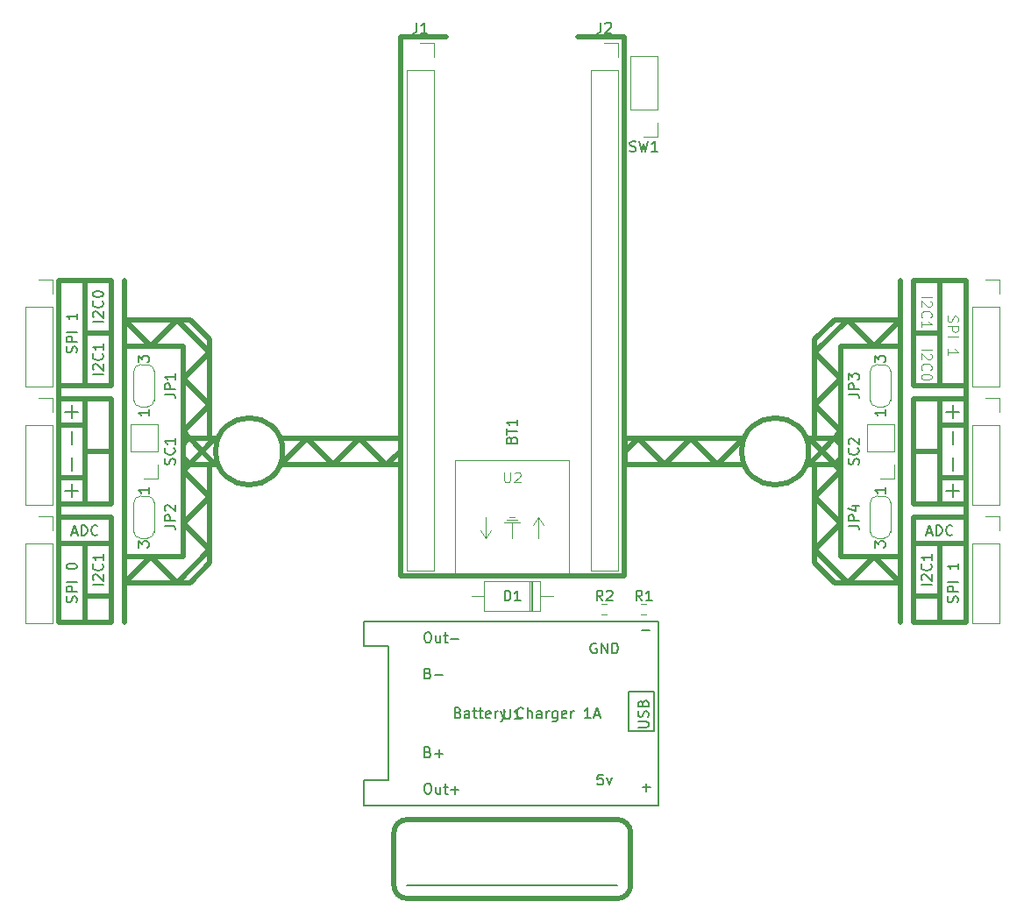
<source format=gbr>
%TF.GenerationSoftware,KiCad,Pcbnew,8.0.5*%
%TF.CreationDate,2024-10-21T23:21:48+02:00*%
%TF.ProjectId,kyb_sat,6b79625f-7361-4742-9e6b-696361645f70,rev?*%
%TF.SameCoordinates,Original*%
%TF.FileFunction,Legend,Top*%
%TF.FilePolarity,Positive*%
%FSLAX46Y46*%
G04 Gerber Fmt 4.6, Leading zero omitted, Abs format (unit mm)*
G04 Created by KiCad (PCBNEW 8.0.5) date 2024-10-21 23:21:48*
%MOMM*%
%LPD*%
G01*
G04 APERTURE LIST*
%ADD10C,0.150000*%
%ADD11C,0.500000*%
%ADD12C,0.200000*%
%ADD13C,0.100000*%
%ADD14C,0.120000*%
G04 APERTURE END LIST*
D10*
X167509819Y-139882380D02*
X166509819Y-139882380D01*
X166605057Y-139453809D02*
X166557438Y-139406190D01*
X166557438Y-139406190D02*
X166509819Y-139310952D01*
X166509819Y-139310952D02*
X166509819Y-139072857D01*
X166509819Y-139072857D02*
X166557438Y-138977619D01*
X166557438Y-138977619D02*
X166605057Y-138930000D01*
X166605057Y-138930000D02*
X166700295Y-138882381D01*
X166700295Y-138882381D02*
X166795533Y-138882381D01*
X166795533Y-138882381D02*
X166938390Y-138930000D01*
X166938390Y-138930000D02*
X167509819Y-139501428D01*
X167509819Y-139501428D02*
X167509819Y-138882381D01*
X167414580Y-137882381D02*
X167462200Y-137930000D01*
X167462200Y-137930000D02*
X167509819Y-138072857D01*
X167509819Y-138072857D02*
X167509819Y-138168095D01*
X167509819Y-138168095D02*
X167462200Y-138310952D01*
X167462200Y-138310952D02*
X167366961Y-138406190D01*
X167366961Y-138406190D02*
X167271723Y-138453809D01*
X167271723Y-138453809D02*
X167081247Y-138501428D01*
X167081247Y-138501428D02*
X166938390Y-138501428D01*
X166938390Y-138501428D02*
X166747914Y-138453809D01*
X166747914Y-138453809D02*
X166652676Y-138406190D01*
X166652676Y-138406190D02*
X166557438Y-138310952D01*
X166557438Y-138310952D02*
X166509819Y-138168095D01*
X166509819Y-138168095D02*
X166509819Y-138072857D01*
X166509819Y-138072857D02*
X166557438Y-137930000D01*
X166557438Y-137930000D02*
X166605057Y-137882381D01*
X167509819Y-136930000D02*
X167509819Y-137501428D01*
X167509819Y-137215714D02*
X166509819Y-137215714D01*
X166509819Y-137215714D02*
X166652676Y-137310952D01*
X166652676Y-137310952D02*
X166747914Y-137406190D01*
X166747914Y-137406190D02*
X166795533Y-137501428D01*
X170002200Y-141580951D02*
X170049819Y-141438094D01*
X170049819Y-141438094D02*
X170049819Y-141199999D01*
X170049819Y-141199999D02*
X170002200Y-141104761D01*
X170002200Y-141104761D02*
X169954580Y-141057142D01*
X169954580Y-141057142D02*
X169859342Y-141009523D01*
X169859342Y-141009523D02*
X169764104Y-141009523D01*
X169764104Y-141009523D02*
X169668866Y-141057142D01*
X169668866Y-141057142D02*
X169621247Y-141104761D01*
X169621247Y-141104761D02*
X169573628Y-141199999D01*
X169573628Y-141199999D02*
X169526009Y-141390475D01*
X169526009Y-141390475D02*
X169478390Y-141485713D01*
X169478390Y-141485713D02*
X169430771Y-141533332D01*
X169430771Y-141533332D02*
X169335533Y-141580951D01*
X169335533Y-141580951D02*
X169240295Y-141580951D01*
X169240295Y-141580951D02*
X169145057Y-141533332D01*
X169145057Y-141533332D02*
X169097438Y-141485713D01*
X169097438Y-141485713D02*
X169049819Y-141390475D01*
X169049819Y-141390475D02*
X169049819Y-141152380D01*
X169049819Y-141152380D02*
X169097438Y-141009523D01*
X170049819Y-140580951D02*
X169049819Y-140580951D01*
X169049819Y-140580951D02*
X169049819Y-140199999D01*
X169049819Y-140199999D02*
X169097438Y-140104761D01*
X169097438Y-140104761D02*
X169145057Y-140057142D01*
X169145057Y-140057142D02*
X169240295Y-140009523D01*
X169240295Y-140009523D02*
X169383152Y-140009523D01*
X169383152Y-140009523D02*
X169478390Y-140057142D01*
X169478390Y-140057142D02*
X169526009Y-140104761D01*
X169526009Y-140104761D02*
X169573628Y-140199999D01*
X169573628Y-140199999D02*
X169573628Y-140580951D01*
X170049819Y-139580951D02*
X169049819Y-139580951D01*
X170049819Y-137819047D02*
X170049819Y-138390475D01*
X170049819Y-138104761D02*
X169049819Y-138104761D01*
X169049819Y-138104761D02*
X169192676Y-138199999D01*
X169192676Y-138199999D02*
X169287914Y-138295237D01*
X169287914Y-138295237D02*
X169335533Y-138390475D01*
X167036905Y-134839104D02*
X167513095Y-134839104D01*
X166941667Y-135124819D02*
X167275000Y-134124819D01*
X167275000Y-134124819D02*
X167608333Y-135124819D01*
X167941667Y-135124819D02*
X167941667Y-134124819D01*
X167941667Y-134124819D02*
X168179762Y-134124819D01*
X168179762Y-134124819D02*
X168322619Y-134172438D01*
X168322619Y-134172438D02*
X168417857Y-134267676D01*
X168417857Y-134267676D02*
X168465476Y-134362914D01*
X168465476Y-134362914D02*
X168513095Y-134553390D01*
X168513095Y-134553390D02*
X168513095Y-134696247D01*
X168513095Y-134696247D02*
X168465476Y-134886723D01*
X168465476Y-134886723D02*
X168417857Y-134981961D01*
X168417857Y-134981961D02*
X168322619Y-135077200D01*
X168322619Y-135077200D02*
X168179762Y-135124819D01*
X168179762Y-135124819D02*
X167941667Y-135124819D01*
X169513095Y-135029580D02*
X169465476Y-135077200D01*
X169465476Y-135077200D02*
X169322619Y-135124819D01*
X169322619Y-135124819D02*
X169227381Y-135124819D01*
X169227381Y-135124819D02*
X169084524Y-135077200D01*
X169084524Y-135077200D02*
X168989286Y-134981961D01*
X168989286Y-134981961D02*
X168941667Y-134886723D01*
X168941667Y-134886723D02*
X168894048Y-134696247D01*
X168894048Y-134696247D02*
X168894048Y-134553390D01*
X168894048Y-134553390D02*
X168941667Y-134362914D01*
X168941667Y-134362914D02*
X168989286Y-134267676D01*
X168989286Y-134267676D02*
X169084524Y-134172438D01*
X169084524Y-134172438D02*
X169227381Y-134124819D01*
X169227381Y-134124819D02*
X169322619Y-134124819D01*
X169322619Y-134124819D02*
X169465476Y-134172438D01*
X169465476Y-134172438D02*
X169513095Y-134220057D01*
D11*
X155700754Y-128270000D02*
X158750000Y-128270000D01*
X155700754Y-125730000D02*
X158750000Y-125730000D01*
X158750000Y-128270000D02*
X158750000Y-137160000D01*
X158750000Y-127635000D02*
X158240754Y-128270000D01*
X158750000Y-125730000D02*
X158750000Y-128270000D01*
X155700754Y-125730000D02*
X158750000Y-128905000D01*
X158750000Y-125095000D02*
X156210000Y-122555000D01*
X161925000Y-137160000D02*
X159385000Y-139700000D01*
X161925000Y-116840000D02*
X159385000Y-114300000D01*
X158750000Y-120015000D02*
X156210000Y-122555000D01*
X159385000Y-114300000D02*
X156210000Y-117475000D01*
X158750000Y-120015000D02*
X156210000Y-117475000D01*
X159385000Y-139700000D02*
X156210000Y-136525000D01*
X164465000Y-139700000D02*
X158115000Y-139700000D01*
X164465000Y-114300000D02*
X161925000Y-116840000D01*
X158115000Y-139700000D02*
X156210000Y-137795000D01*
X164465000Y-139700000D02*
X161925000Y-137160000D01*
X158750000Y-133985000D02*
X156210000Y-136525000D01*
X158750000Y-128905000D02*
X156210000Y-131445000D01*
X158750000Y-133985000D02*
X156210000Y-131445000D01*
X155700754Y-128270000D02*
X158750000Y-125095000D01*
X158750000Y-126365000D02*
X158115000Y-125730000D01*
X158115000Y-114300000D02*
X156210000Y-116205000D01*
X164465000Y-114300000D02*
X158115000Y-114300000D01*
X156210000Y-116205000D02*
X156210000Y-125730000D01*
X156210000Y-128270000D02*
X156210000Y-137795000D01*
X158750000Y-116840000D02*
X158750000Y-125730000D01*
X164465000Y-110490000D02*
X164465000Y-143510000D01*
X164465000Y-137160000D02*
X158750000Y-137160000D01*
X164465000Y-116840000D02*
X158750000Y-116840000D01*
X168275000Y-143510000D02*
X168275000Y-135890000D01*
X165735000Y-143510000D02*
X170815000Y-143510000D01*
X165735000Y-135890000D02*
X170815000Y-135890000D01*
X165735000Y-143510000D02*
X165735000Y-133350000D01*
X165735000Y-133350000D02*
X170815000Y-133350000D01*
X165735000Y-140970000D02*
X168275000Y-140970000D01*
X168275000Y-129540000D02*
X170815000Y-129540000D01*
D12*
X169545000Y-128905000D02*
X169545000Y-127635000D01*
X169545000Y-126365000D02*
X169545000Y-125095000D01*
D11*
X168275000Y-124460000D02*
X170815000Y-124460000D01*
D12*
X169545000Y-123825000D02*
X169545000Y-122555000D01*
D11*
X165735000Y-132080000D02*
X170815000Y-132080000D01*
D12*
X169545000Y-131445000D02*
X169545000Y-130175000D01*
X168910000Y-130810000D02*
X170180000Y-130810000D01*
X168910000Y-123190000D02*
X170180000Y-123190000D01*
D11*
X165735000Y-121920000D02*
X170815000Y-121920000D01*
X165735000Y-132080000D02*
X165735000Y-121920000D01*
X165735000Y-127000000D02*
X168275000Y-127000000D01*
X168275000Y-132080000D02*
X168275000Y-121920000D01*
X89535000Y-139700000D02*
X92075000Y-137160000D01*
X92075000Y-137160000D02*
X94615000Y-139700000D01*
X94615000Y-139700000D02*
X97790000Y-136525000D01*
X95250000Y-133985000D02*
X97790000Y-136525000D01*
X95250000Y-133985000D02*
X97790000Y-131445000D01*
X95250000Y-128905000D02*
X97790000Y-131445000D01*
X89535000Y-114300000D02*
X92075000Y-116840000D01*
X92075000Y-116840000D02*
X94615000Y-114300000D01*
X94615000Y-114300000D02*
X97790000Y-117475000D01*
X95250000Y-120015000D02*
X97790000Y-122555000D01*
X95250000Y-120015000D02*
X97790000Y-117475000D01*
X95250000Y-125095000D02*
X97790000Y-122555000D01*
X89535000Y-114300000D02*
X95885000Y-114300000D01*
X95885000Y-114300000D02*
X97790000Y-116205000D01*
X97790000Y-125730000D02*
X97790000Y-116205000D01*
X98299246Y-125730000D02*
X95250000Y-128905000D01*
X95250000Y-127635000D02*
X95885000Y-128270000D01*
X95885000Y-139700000D02*
X97790000Y-137795000D01*
X89535000Y-139700000D02*
X95885000Y-139700000D01*
X97790000Y-137795000D02*
X97790000Y-128270000D01*
X89535000Y-137160000D02*
X95250000Y-137160000D01*
X95250000Y-137160000D02*
X95250000Y-128270000D01*
X89535000Y-143510000D02*
X89535000Y-110490000D01*
X89535000Y-116840000D02*
X95250000Y-116840000D01*
D12*
X84455000Y-123825000D02*
X84455000Y-122555000D01*
X83820000Y-123190000D02*
X85090000Y-123190000D01*
D11*
X165735000Y-120650000D02*
X170815000Y-120650000D01*
X116840000Y-170180000D02*
X127000000Y-170180000D01*
X146810754Y-128270000D02*
X149350754Y-125730000D01*
X98299246Y-128270000D02*
X95250000Y-125095000D01*
D12*
X83820000Y-130810000D02*
X85090000Y-130810000D01*
D11*
X170815000Y-110490000D02*
X165735000Y-110490000D01*
X83185000Y-120650000D02*
X88265000Y-120650000D01*
X88265000Y-132080000D02*
X88265000Y-121920000D01*
X83185000Y-132080000D02*
X88265000Y-132080000D01*
X109729246Y-128270000D02*
X112269246Y-125730000D01*
X138430000Y-168910000D02*
G75*
G02*
X137160000Y-170180000I-1270000J0D01*
G01*
X137920754Y-127000000D02*
X139190754Y-125730000D01*
X115570000Y-163830000D02*
G75*
G02*
X116840000Y-162560000I1270000J0D01*
G01*
X83185000Y-121920000D02*
X88265000Y-121920000D01*
D12*
X84455000Y-131445000D02*
X84455000Y-130175000D01*
D11*
X116205000Y-139065000D02*
X137795000Y-139065000D01*
X116840000Y-162560000D02*
X137160000Y-162560000D01*
X115570000Y-163830000D02*
X115570000Y-168910000D01*
X116205000Y-86995000D02*
X120650000Y-86995000D01*
X109729246Y-128270000D02*
X107189246Y-125730000D01*
X165735000Y-110490000D02*
X165735000Y-120650000D01*
D12*
X116840000Y-168910000D02*
X137160000Y-168910000D01*
D11*
X141730754Y-128270000D02*
X144270754Y-125730000D01*
X114809246Y-128270000D02*
X116205000Y-127000000D01*
X88265000Y-120650000D02*
X88265000Y-110490000D01*
X158240754Y-128270000D02*
X155700754Y-125730000D01*
X141730754Y-128270000D02*
X139190754Y-125730000D01*
X83185000Y-133350000D02*
X88265000Y-133350000D01*
X85725000Y-140970000D02*
X88265000Y-140970000D01*
X168275000Y-110490000D02*
X168275000Y-120650000D01*
D12*
X84455000Y-128905000D02*
X84455000Y-127635000D01*
D11*
X88265000Y-143510000D02*
X88265000Y-133350000D01*
X168275000Y-115570000D02*
X165735000Y-115570000D01*
X116205000Y-86995000D02*
X116205000Y-139065000D01*
X127000000Y-170180000D02*
X137160000Y-170180000D01*
X104649246Y-125730000D02*
X116205000Y-125730000D01*
X83185000Y-110490000D02*
X83185000Y-143510000D01*
X95250000Y-126365000D02*
X95759246Y-125730000D01*
X85725000Y-127000000D02*
X88265000Y-127000000D01*
X95250000Y-128270000D02*
X95250000Y-125730000D01*
X137920754Y-125730000D02*
X149350754Y-125730000D01*
X83185000Y-129540000D02*
X85725000Y-129540000D01*
X104649246Y-128270000D02*
X107189246Y-125730000D01*
X95250000Y-125730000D02*
X95250000Y-116840000D01*
X137795000Y-86995000D02*
X137795000Y-139065000D01*
X88265000Y-110490000D02*
X83185000Y-110490000D01*
X83185000Y-143510000D02*
X88265000Y-143510000D01*
X104649246Y-128270000D02*
X116205000Y-128270000D01*
X83185000Y-124460000D02*
X85725000Y-124460000D01*
X85725000Y-120650000D02*
X85725000Y-110490000D01*
D12*
X84455000Y-126365000D02*
X84455000Y-125095000D01*
D11*
X138430000Y-163830000D02*
X138430000Y-168910000D01*
X85725000Y-115570000D02*
X88265000Y-115570000D01*
X98299246Y-128270000D02*
X95250000Y-128270000D01*
X104837877Y-127000000D02*
G75*
G02*
X98362123Y-127000000I-3237877J0D01*
G01*
X98362123Y-127000000D02*
G75*
G02*
X104837877Y-127000000I3237877J0D01*
G01*
X85725000Y-143510000D02*
X85725000Y-135890000D01*
X83185000Y-135890000D02*
X88265000Y-135890000D01*
X170815000Y-110490000D02*
X170815000Y-143510000D01*
X137920754Y-128270000D02*
X137920754Y-125730000D01*
X116840000Y-170180000D02*
G75*
G02*
X115570000Y-168910000I0J1270000D01*
G01*
X85725000Y-132080000D02*
X85725000Y-121920000D01*
X98299246Y-125730000D02*
X95250000Y-125730000D01*
X146810754Y-128270000D02*
X144270754Y-125730000D01*
X133350000Y-86995000D02*
X137795000Y-86995000D01*
X155637877Y-127000000D02*
G75*
G02*
X149162123Y-127000000I-3237877J0D01*
G01*
X149162123Y-127000000D02*
G75*
G02*
X155637877Y-127000000I3237877J0D01*
G01*
X137160000Y-162560000D02*
G75*
G02*
X138430000Y-163830000I0J-1270000D01*
G01*
X114809246Y-128270000D02*
X112269246Y-125730000D01*
D10*
X84486905Y-134839104D02*
X84963095Y-134839104D01*
X84391667Y-135124819D02*
X84725000Y-134124819D01*
X84725000Y-134124819D02*
X85058333Y-135124819D01*
X85391667Y-135124819D02*
X85391667Y-134124819D01*
X85391667Y-134124819D02*
X85629762Y-134124819D01*
X85629762Y-134124819D02*
X85772619Y-134172438D01*
X85772619Y-134172438D02*
X85867857Y-134267676D01*
X85867857Y-134267676D02*
X85915476Y-134362914D01*
X85915476Y-134362914D02*
X85963095Y-134553390D01*
X85963095Y-134553390D02*
X85963095Y-134696247D01*
X85963095Y-134696247D02*
X85915476Y-134886723D01*
X85915476Y-134886723D02*
X85867857Y-134981961D01*
X85867857Y-134981961D02*
X85772619Y-135077200D01*
X85772619Y-135077200D02*
X85629762Y-135124819D01*
X85629762Y-135124819D02*
X85391667Y-135124819D01*
X86963095Y-135029580D02*
X86915476Y-135077200D01*
X86915476Y-135077200D02*
X86772619Y-135124819D01*
X86772619Y-135124819D02*
X86677381Y-135124819D01*
X86677381Y-135124819D02*
X86534524Y-135077200D01*
X86534524Y-135077200D02*
X86439286Y-134981961D01*
X86439286Y-134981961D02*
X86391667Y-134886723D01*
X86391667Y-134886723D02*
X86344048Y-134696247D01*
X86344048Y-134696247D02*
X86344048Y-134553390D01*
X86344048Y-134553390D02*
X86391667Y-134362914D01*
X86391667Y-134362914D02*
X86439286Y-134267676D01*
X86439286Y-134267676D02*
X86534524Y-134172438D01*
X86534524Y-134172438D02*
X86677381Y-134124819D01*
X86677381Y-134124819D02*
X86772619Y-134124819D01*
X86772619Y-134124819D02*
X86915476Y-134172438D01*
X86915476Y-134172438D02*
X86963095Y-134220057D01*
D13*
X166497580Y-112063884D02*
X167497580Y-112063884D01*
X167402342Y-112492455D02*
X167449961Y-112540074D01*
X167449961Y-112540074D02*
X167497580Y-112635312D01*
X167497580Y-112635312D02*
X167497580Y-112873407D01*
X167497580Y-112873407D02*
X167449961Y-112968645D01*
X167449961Y-112968645D02*
X167402342Y-113016264D01*
X167402342Y-113016264D02*
X167307104Y-113063883D01*
X167307104Y-113063883D02*
X167211866Y-113063883D01*
X167211866Y-113063883D02*
X167069009Y-113016264D01*
X167069009Y-113016264D02*
X166497580Y-112444836D01*
X166497580Y-112444836D02*
X166497580Y-113063883D01*
X166592819Y-114063883D02*
X166545200Y-114016264D01*
X166545200Y-114016264D02*
X166497580Y-113873407D01*
X166497580Y-113873407D02*
X166497580Y-113778169D01*
X166497580Y-113778169D02*
X166545200Y-113635312D01*
X166545200Y-113635312D02*
X166640438Y-113540074D01*
X166640438Y-113540074D02*
X166735676Y-113492455D01*
X166735676Y-113492455D02*
X166926152Y-113444836D01*
X166926152Y-113444836D02*
X167069009Y-113444836D01*
X167069009Y-113444836D02*
X167259485Y-113492455D01*
X167259485Y-113492455D02*
X167354723Y-113540074D01*
X167354723Y-113540074D02*
X167449961Y-113635312D01*
X167449961Y-113635312D02*
X167497580Y-113778169D01*
X167497580Y-113778169D02*
X167497580Y-113873407D01*
X167497580Y-113873407D02*
X167449961Y-114016264D01*
X167449961Y-114016264D02*
X167402342Y-114063883D01*
X166497580Y-115016264D02*
X166497580Y-114444836D01*
X166497580Y-114730550D02*
X167497580Y-114730550D01*
X167497580Y-114730550D02*
X167354723Y-114635312D01*
X167354723Y-114635312D02*
X167259485Y-114540074D01*
X167259485Y-114540074D02*
X167211866Y-114444836D01*
D10*
X87499819Y-114482380D02*
X86499819Y-114482380D01*
X86595057Y-114053809D02*
X86547438Y-114006190D01*
X86547438Y-114006190D02*
X86499819Y-113910952D01*
X86499819Y-113910952D02*
X86499819Y-113672857D01*
X86499819Y-113672857D02*
X86547438Y-113577619D01*
X86547438Y-113577619D02*
X86595057Y-113530000D01*
X86595057Y-113530000D02*
X86690295Y-113482381D01*
X86690295Y-113482381D02*
X86785533Y-113482381D01*
X86785533Y-113482381D02*
X86928390Y-113530000D01*
X86928390Y-113530000D02*
X87499819Y-114101428D01*
X87499819Y-114101428D02*
X87499819Y-113482381D01*
X87404580Y-112482381D02*
X87452200Y-112530000D01*
X87452200Y-112530000D02*
X87499819Y-112672857D01*
X87499819Y-112672857D02*
X87499819Y-112768095D01*
X87499819Y-112768095D02*
X87452200Y-112910952D01*
X87452200Y-112910952D02*
X87356961Y-113006190D01*
X87356961Y-113006190D02*
X87261723Y-113053809D01*
X87261723Y-113053809D02*
X87071247Y-113101428D01*
X87071247Y-113101428D02*
X86928390Y-113101428D01*
X86928390Y-113101428D02*
X86737914Y-113053809D01*
X86737914Y-113053809D02*
X86642676Y-113006190D01*
X86642676Y-113006190D02*
X86547438Y-112910952D01*
X86547438Y-112910952D02*
X86499819Y-112768095D01*
X86499819Y-112768095D02*
X86499819Y-112672857D01*
X86499819Y-112672857D02*
X86547438Y-112530000D01*
X86547438Y-112530000D02*
X86595057Y-112482381D01*
X86499819Y-111863333D02*
X86499819Y-111768095D01*
X86499819Y-111768095D02*
X86547438Y-111672857D01*
X86547438Y-111672857D02*
X86595057Y-111625238D01*
X86595057Y-111625238D02*
X86690295Y-111577619D01*
X86690295Y-111577619D02*
X86880771Y-111530000D01*
X86880771Y-111530000D02*
X87118866Y-111530000D01*
X87118866Y-111530000D02*
X87309342Y-111577619D01*
X87309342Y-111577619D02*
X87404580Y-111625238D01*
X87404580Y-111625238D02*
X87452200Y-111672857D01*
X87452200Y-111672857D02*
X87499819Y-111768095D01*
X87499819Y-111768095D02*
X87499819Y-111863333D01*
X87499819Y-111863333D02*
X87452200Y-111958571D01*
X87452200Y-111958571D02*
X87404580Y-112006190D01*
X87404580Y-112006190D02*
X87309342Y-112053809D01*
X87309342Y-112053809D02*
X87118866Y-112101428D01*
X87118866Y-112101428D02*
X86880771Y-112101428D01*
X86880771Y-112101428D02*
X86690295Y-112053809D01*
X86690295Y-112053809D02*
X86595057Y-112006190D01*
X86595057Y-112006190D02*
X86547438Y-111958571D01*
X86547438Y-111958571D02*
X86499819Y-111863333D01*
X84912200Y-117450951D02*
X84959819Y-117308094D01*
X84959819Y-117308094D02*
X84959819Y-117069999D01*
X84959819Y-117069999D02*
X84912200Y-116974761D01*
X84912200Y-116974761D02*
X84864580Y-116927142D01*
X84864580Y-116927142D02*
X84769342Y-116879523D01*
X84769342Y-116879523D02*
X84674104Y-116879523D01*
X84674104Y-116879523D02*
X84578866Y-116927142D01*
X84578866Y-116927142D02*
X84531247Y-116974761D01*
X84531247Y-116974761D02*
X84483628Y-117069999D01*
X84483628Y-117069999D02*
X84436009Y-117260475D01*
X84436009Y-117260475D02*
X84388390Y-117355713D01*
X84388390Y-117355713D02*
X84340771Y-117403332D01*
X84340771Y-117403332D02*
X84245533Y-117450951D01*
X84245533Y-117450951D02*
X84150295Y-117450951D01*
X84150295Y-117450951D02*
X84055057Y-117403332D01*
X84055057Y-117403332D02*
X84007438Y-117355713D01*
X84007438Y-117355713D02*
X83959819Y-117260475D01*
X83959819Y-117260475D02*
X83959819Y-117022380D01*
X83959819Y-117022380D02*
X84007438Y-116879523D01*
X84959819Y-116450951D02*
X83959819Y-116450951D01*
X83959819Y-116450951D02*
X83959819Y-116069999D01*
X83959819Y-116069999D02*
X84007438Y-115974761D01*
X84007438Y-115974761D02*
X84055057Y-115927142D01*
X84055057Y-115927142D02*
X84150295Y-115879523D01*
X84150295Y-115879523D02*
X84293152Y-115879523D01*
X84293152Y-115879523D02*
X84388390Y-115927142D01*
X84388390Y-115927142D02*
X84436009Y-115974761D01*
X84436009Y-115974761D02*
X84483628Y-116069999D01*
X84483628Y-116069999D02*
X84483628Y-116450951D01*
X84959819Y-115450951D02*
X83959819Y-115450951D01*
X84959819Y-113689047D02*
X84959819Y-114260475D01*
X84959819Y-113974761D02*
X83959819Y-113974761D01*
X83959819Y-113974761D02*
X84102676Y-114069999D01*
X84102676Y-114069999D02*
X84197914Y-114165237D01*
X84197914Y-114165237D02*
X84245533Y-114260475D01*
X84912200Y-141580951D02*
X84959819Y-141438094D01*
X84959819Y-141438094D02*
X84959819Y-141199999D01*
X84959819Y-141199999D02*
X84912200Y-141104761D01*
X84912200Y-141104761D02*
X84864580Y-141057142D01*
X84864580Y-141057142D02*
X84769342Y-141009523D01*
X84769342Y-141009523D02*
X84674104Y-141009523D01*
X84674104Y-141009523D02*
X84578866Y-141057142D01*
X84578866Y-141057142D02*
X84531247Y-141104761D01*
X84531247Y-141104761D02*
X84483628Y-141199999D01*
X84483628Y-141199999D02*
X84436009Y-141390475D01*
X84436009Y-141390475D02*
X84388390Y-141485713D01*
X84388390Y-141485713D02*
X84340771Y-141533332D01*
X84340771Y-141533332D02*
X84245533Y-141580951D01*
X84245533Y-141580951D02*
X84150295Y-141580951D01*
X84150295Y-141580951D02*
X84055057Y-141533332D01*
X84055057Y-141533332D02*
X84007438Y-141485713D01*
X84007438Y-141485713D02*
X83959819Y-141390475D01*
X83959819Y-141390475D02*
X83959819Y-141152380D01*
X83959819Y-141152380D02*
X84007438Y-141009523D01*
X84959819Y-140580951D02*
X83959819Y-140580951D01*
X83959819Y-140580951D02*
X83959819Y-140199999D01*
X83959819Y-140199999D02*
X84007438Y-140104761D01*
X84007438Y-140104761D02*
X84055057Y-140057142D01*
X84055057Y-140057142D02*
X84150295Y-140009523D01*
X84150295Y-140009523D02*
X84293152Y-140009523D01*
X84293152Y-140009523D02*
X84388390Y-140057142D01*
X84388390Y-140057142D02*
X84436009Y-140104761D01*
X84436009Y-140104761D02*
X84483628Y-140199999D01*
X84483628Y-140199999D02*
X84483628Y-140580951D01*
X84959819Y-139580951D02*
X83959819Y-139580951D01*
X83959819Y-138152380D02*
X83959819Y-138057142D01*
X83959819Y-138057142D02*
X84007438Y-137961904D01*
X84007438Y-137961904D02*
X84055057Y-137914285D01*
X84055057Y-137914285D02*
X84150295Y-137866666D01*
X84150295Y-137866666D02*
X84340771Y-137819047D01*
X84340771Y-137819047D02*
X84578866Y-137819047D01*
X84578866Y-137819047D02*
X84769342Y-137866666D01*
X84769342Y-137866666D02*
X84864580Y-137914285D01*
X84864580Y-137914285D02*
X84912200Y-137961904D01*
X84912200Y-137961904D02*
X84959819Y-138057142D01*
X84959819Y-138057142D02*
X84959819Y-138152380D01*
X84959819Y-138152380D02*
X84912200Y-138247618D01*
X84912200Y-138247618D02*
X84864580Y-138295237D01*
X84864580Y-138295237D02*
X84769342Y-138342856D01*
X84769342Y-138342856D02*
X84578866Y-138390475D01*
X84578866Y-138390475D02*
X84340771Y-138390475D01*
X84340771Y-138390475D02*
X84150295Y-138342856D01*
X84150295Y-138342856D02*
X84055057Y-138295237D01*
X84055057Y-138295237D02*
X84007438Y-138247618D01*
X84007438Y-138247618D02*
X83959819Y-138152380D01*
X87499819Y-119562380D02*
X86499819Y-119562380D01*
X86595057Y-119133809D02*
X86547438Y-119086190D01*
X86547438Y-119086190D02*
X86499819Y-118990952D01*
X86499819Y-118990952D02*
X86499819Y-118752857D01*
X86499819Y-118752857D02*
X86547438Y-118657619D01*
X86547438Y-118657619D02*
X86595057Y-118610000D01*
X86595057Y-118610000D02*
X86690295Y-118562381D01*
X86690295Y-118562381D02*
X86785533Y-118562381D01*
X86785533Y-118562381D02*
X86928390Y-118610000D01*
X86928390Y-118610000D02*
X87499819Y-119181428D01*
X87499819Y-119181428D02*
X87499819Y-118562381D01*
X87404580Y-117562381D02*
X87452200Y-117610000D01*
X87452200Y-117610000D02*
X87499819Y-117752857D01*
X87499819Y-117752857D02*
X87499819Y-117848095D01*
X87499819Y-117848095D02*
X87452200Y-117990952D01*
X87452200Y-117990952D02*
X87356961Y-118086190D01*
X87356961Y-118086190D02*
X87261723Y-118133809D01*
X87261723Y-118133809D02*
X87071247Y-118181428D01*
X87071247Y-118181428D02*
X86928390Y-118181428D01*
X86928390Y-118181428D02*
X86737914Y-118133809D01*
X86737914Y-118133809D02*
X86642676Y-118086190D01*
X86642676Y-118086190D02*
X86547438Y-117990952D01*
X86547438Y-117990952D02*
X86499819Y-117848095D01*
X86499819Y-117848095D02*
X86499819Y-117752857D01*
X86499819Y-117752857D02*
X86547438Y-117610000D01*
X86547438Y-117610000D02*
X86595057Y-117562381D01*
X87499819Y-116610000D02*
X87499819Y-117181428D01*
X87499819Y-116895714D02*
X86499819Y-116895714D01*
X86499819Y-116895714D02*
X86642676Y-116990952D01*
X86642676Y-116990952D02*
X86737914Y-117086190D01*
X86737914Y-117086190D02*
X86785533Y-117181428D01*
D13*
X166497580Y-117143884D02*
X167497580Y-117143884D01*
X167402342Y-117572455D02*
X167449961Y-117620074D01*
X167449961Y-117620074D02*
X167497580Y-117715312D01*
X167497580Y-117715312D02*
X167497580Y-117953407D01*
X167497580Y-117953407D02*
X167449961Y-118048645D01*
X167449961Y-118048645D02*
X167402342Y-118096264D01*
X167402342Y-118096264D02*
X167307104Y-118143883D01*
X167307104Y-118143883D02*
X167211866Y-118143883D01*
X167211866Y-118143883D02*
X167069009Y-118096264D01*
X167069009Y-118096264D02*
X166497580Y-117524836D01*
X166497580Y-117524836D02*
X166497580Y-118143883D01*
X166592819Y-119143883D02*
X166545200Y-119096264D01*
X166545200Y-119096264D02*
X166497580Y-118953407D01*
X166497580Y-118953407D02*
X166497580Y-118858169D01*
X166497580Y-118858169D02*
X166545200Y-118715312D01*
X166545200Y-118715312D02*
X166640438Y-118620074D01*
X166640438Y-118620074D02*
X166735676Y-118572455D01*
X166735676Y-118572455D02*
X166926152Y-118524836D01*
X166926152Y-118524836D02*
X167069009Y-118524836D01*
X167069009Y-118524836D02*
X167259485Y-118572455D01*
X167259485Y-118572455D02*
X167354723Y-118620074D01*
X167354723Y-118620074D02*
X167449961Y-118715312D01*
X167449961Y-118715312D02*
X167497580Y-118858169D01*
X167497580Y-118858169D02*
X167497580Y-118953407D01*
X167497580Y-118953407D02*
X167449961Y-119096264D01*
X167449961Y-119096264D02*
X167402342Y-119143883D01*
X167497580Y-119762931D02*
X167497580Y-119858169D01*
X167497580Y-119858169D02*
X167449961Y-119953407D01*
X167449961Y-119953407D02*
X167402342Y-120001026D01*
X167402342Y-120001026D02*
X167307104Y-120048645D01*
X167307104Y-120048645D02*
X167116628Y-120096264D01*
X167116628Y-120096264D02*
X166878533Y-120096264D01*
X166878533Y-120096264D02*
X166688057Y-120048645D01*
X166688057Y-120048645D02*
X166592819Y-120001026D01*
X166592819Y-120001026D02*
X166545200Y-119953407D01*
X166545200Y-119953407D02*
X166497580Y-119858169D01*
X166497580Y-119858169D02*
X166497580Y-119762931D01*
X166497580Y-119762931D02*
X166545200Y-119667693D01*
X166545200Y-119667693D02*
X166592819Y-119620074D01*
X166592819Y-119620074D02*
X166688057Y-119572455D01*
X166688057Y-119572455D02*
X166878533Y-119524836D01*
X166878533Y-119524836D02*
X167116628Y-119524836D01*
X167116628Y-119524836D02*
X167307104Y-119572455D01*
X167307104Y-119572455D02*
X167402342Y-119620074D01*
X167402342Y-119620074D02*
X167449961Y-119667693D01*
X167449961Y-119667693D02*
X167497580Y-119762931D01*
X169085200Y-113921265D02*
X169037580Y-114064122D01*
X169037580Y-114064122D02*
X169037580Y-114302217D01*
X169037580Y-114302217D02*
X169085200Y-114397455D01*
X169085200Y-114397455D02*
X169132819Y-114445074D01*
X169132819Y-114445074D02*
X169228057Y-114492693D01*
X169228057Y-114492693D02*
X169323295Y-114492693D01*
X169323295Y-114492693D02*
X169418533Y-114445074D01*
X169418533Y-114445074D02*
X169466152Y-114397455D01*
X169466152Y-114397455D02*
X169513771Y-114302217D01*
X169513771Y-114302217D02*
X169561390Y-114111741D01*
X169561390Y-114111741D02*
X169609009Y-114016503D01*
X169609009Y-114016503D02*
X169656628Y-113968884D01*
X169656628Y-113968884D02*
X169751866Y-113921265D01*
X169751866Y-113921265D02*
X169847104Y-113921265D01*
X169847104Y-113921265D02*
X169942342Y-113968884D01*
X169942342Y-113968884D02*
X169989961Y-114016503D01*
X169989961Y-114016503D02*
X170037580Y-114111741D01*
X170037580Y-114111741D02*
X170037580Y-114349836D01*
X170037580Y-114349836D02*
X169989961Y-114492693D01*
X169037580Y-114921265D02*
X170037580Y-114921265D01*
X170037580Y-114921265D02*
X170037580Y-115302217D01*
X170037580Y-115302217D02*
X169989961Y-115397455D01*
X169989961Y-115397455D02*
X169942342Y-115445074D01*
X169942342Y-115445074D02*
X169847104Y-115492693D01*
X169847104Y-115492693D02*
X169704247Y-115492693D01*
X169704247Y-115492693D02*
X169609009Y-115445074D01*
X169609009Y-115445074D02*
X169561390Y-115397455D01*
X169561390Y-115397455D02*
X169513771Y-115302217D01*
X169513771Y-115302217D02*
X169513771Y-114921265D01*
X169037580Y-115921265D02*
X170037580Y-115921265D01*
X169037580Y-117683169D02*
X169037580Y-117111741D01*
X169037580Y-117397455D02*
X170037580Y-117397455D01*
X170037580Y-117397455D02*
X169894723Y-117302217D01*
X169894723Y-117302217D02*
X169799485Y-117206979D01*
X169799485Y-117206979D02*
X169751866Y-117111741D01*
D10*
X87499819Y-139882380D02*
X86499819Y-139882380D01*
X86595057Y-139453809D02*
X86547438Y-139406190D01*
X86547438Y-139406190D02*
X86499819Y-139310952D01*
X86499819Y-139310952D02*
X86499819Y-139072857D01*
X86499819Y-139072857D02*
X86547438Y-138977619D01*
X86547438Y-138977619D02*
X86595057Y-138930000D01*
X86595057Y-138930000D02*
X86690295Y-138882381D01*
X86690295Y-138882381D02*
X86785533Y-138882381D01*
X86785533Y-138882381D02*
X86928390Y-138930000D01*
X86928390Y-138930000D02*
X87499819Y-139501428D01*
X87499819Y-139501428D02*
X87499819Y-138882381D01*
X87404580Y-137882381D02*
X87452200Y-137930000D01*
X87452200Y-137930000D02*
X87499819Y-138072857D01*
X87499819Y-138072857D02*
X87499819Y-138168095D01*
X87499819Y-138168095D02*
X87452200Y-138310952D01*
X87452200Y-138310952D02*
X87356961Y-138406190D01*
X87356961Y-138406190D02*
X87261723Y-138453809D01*
X87261723Y-138453809D02*
X87071247Y-138501428D01*
X87071247Y-138501428D02*
X86928390Y-138501428D01*
X86928390Y-138501428D02*
X86737914Y-138453809D01*
X86737914Y-138453809D02*
X86642676Y-138406190D01*
X86642676Y-138406190D02*
X86547438Y-138310952D01*
X86547438Y-138310952D02*
X86499819Y-138168095D01*
X86499819Y-138168095D02*
X86499819Y-138072857D01*
X86499819Y-138072857D02*
X86547438Y-137930000D01*
X86547438Y-137930000D02*
X86595057Y-137882381D01*
X87499819Y-136930000D02*
X87499819Y-137501428D01*
X87499819Y-137215714D02*
X86499819Y-137215714D01*
X86499819Y-137215714D02*
X86642676Y-137310952D01*
X86642676Y-137310952D02*
X86737914Y-137406190D01*
X86737914Y-137406190D02*
X86785533Y-137501428D01*
D11*
X137920754Y-128270000D02*
X149350754Y-128270000D01*
D10*
X138366667Y-97987200D02*
X138509524Y-98034819D01*
X138509524Y-98034819D02*
X138747619Y-98034819D01*
X138747619Y-98034819D02*
X138842857Y-97987200D01*
X138842857Y-97987200D02*
X138890476Y-97939580D01*
X138890476Y-97939580D02*
X138938095Y-97844342D01*
X138938095Y-97844342D02*
X138938095Y-97749104D01*
X138938095Y-97749104D02*
X138890476Y-97653866D01*
X138890476Y-97653866D02*
X138842857Y-97606247D01*
X138842857Y-97606247D02*
X138747619Y-97558628D01*
X138747619Y-97558628D02*
X138557143Y-97511009D01*
X138557143Y-97511009D02*
X138461905Y-97463390D01*
X138461905Y-97463390D02*
X138414286Y-97415771D01*
X138414286Y-97415771D02*
X138366667Y-97320533D01*
X138366667Y-97320533D02*
X138366667Y-97225295D01*
X138366667Y-97225295D02*
X138414286Y-97130057D01*
X138414286Y-97130057D02*
X138461905Y-97082438D01*
X138461905Y-97082438D02*
X138557143Y-97034819D01*
X138557143Y-97034819D02*
X138795238Y-97034819D01*
X138795238Y-97034819D02*
X138938095Y-97082438D01*
X139271429Y-97034819D02*
X139509524Y-98034819D01*
X139509524Y-98034819D02*
X139700000Y-97320533D01*
X139700000Y-97320533D02*
X139890476Y-98034819D01*
X139890476Y-98034819D02*
X140128572Y-97034819D01*
X141033333Y-98034819D02*
X140461905Y-98034819D01*
X140747619Y-98034819D02*
X140747619Y-97034819D01*
X140747619Y-97034819D02*
X140652381Y-97177676D01*
X140652381Y-97177676D02*
X140557143Y-97272914D01*
X140557143Y-97272914D02*
X140461905Y-97320533D01*
X126261905Y-141424819D02*
X126261905Y-140424819D01*
X126261905Y-140424819D02*
X126500000Y-140424819D01*
X126500000Y-140424819D02*
X126642857Y-140472438D01*
X126642857Y-140472438D02*
X126738095Y-140567676D01*
X126738095Y-140567676D02*
X126785714Y-140662914D01*
X126785714Y-140662914D02*
X126833333Y-140853390D01*
X126833333Y-140853390D02*
X126833333Y-140996247D01*
X126833333Y-140996247D02*
X126785714Y-141186723D01*
X126785714Y-141186723D02*
X126738095Y-141281961D01*
X126738095Y-141281961D02*
X126642857Y-141377200D01*
X126642857Y-141377200D02*
X126500000Y-141424819D01*
X126500000Y-141424819D02*
X126261905Y-141424819D01*
X127785714Y-141424819D02*
X127214286Y-141424819D01*
X127500000Y-141424819D02*
X127500000Y-140424819D01*
X127500000Y-140424819D02*
X127404762Y-140567676D01*
X127404762Y-140567676D02*
X127309524Y-140662914D01*
X127309524Y-140662914D02*
X127214286Y-140710533D01*
X117776666Y-85584819D02*
X117776666Y-86299104D01*
X117776666Y-86299104D02*
X117729047Y-86441961D01*
X117729047Y-86441961D02*
X117633809Y-86537200D01*
X117633809Y-86537200D02*
X117490952Y-86584819D01*
X117490952Y-86584819D02*
X117395714Y-86584819D01*
X118776666Y-86584819D02*
X118205238Y-86584819D01*
X118490952Y-86584819D02*
X118490952Y-85584819D01*
X118490952Y-85584819D02*
X118395714Y-85727676D01*
X118395714Y-85727676D02*
X118300476Y-85822914D01*
X118300476Y-85822914D02*
X118205238Y-85870533D01*
X126238095Y-151854819D02*
X126238095Y-152664342D01*
X126238095Y-152664342D02*
X126285714Y-152759580D01*
X126285714Y-152759580D02*
X126333333Y-152807200D01*
X126333333Y-152807200D02*
X126428571Y-152854819D01*
X126428571Y-152854819D02*
X126619047Y-152854819D01*
X126619047Y-152854819D02*
X126714285Y-152807200D01*
X126714285Y-152807200D02*
X126761904Y-152759580D01*
X126761904Y-152759580D02*
X126809523Y-152664342D01*
X126809523Y-152664342D02*
X126809523Y-151854819D01*
X127809523Y-152854819D02*
X127238095Y-152854819D01*
X127523809Y-152854819D02*
X127523809Y-151854819D01*
X127523809Y-151854819D02*
X127428571Y-151997676D01*
X127428571Y-151997676D02*
X127333333Y-152092914D01*
X127333333Y-152092914D02*
X127238095Y-152140533D01*
X118864881Y-156043509D02*
X119007738Y-156091128D01*
X119007738Y-156091128D02*
X119055357Y-156138747D01*
X119055357Y-156138747D02*
X119102976Y-156233985D01*
X119102976Y-156233985D02*
X119102976Y-156376842D01*
X119102976Y-156376842D02*
X119055357Y-156472080D01*
X119055357Y-156472080D02*
X119007738Y-156519700D01*
X119007738Y-156519700D02*
X118912500Y-156567319D01*
X118912500Y-156567319D02*
X118531548Y-156567319D01*
X118531548Y-156567319D02*
X118531548Y-155567319D01*
X118531548Y-155567319D02*
X118864881Y-155567319D01*
X118864881Y-155567319D02*
X118960119Y-155614938D01*
X118960119Y-155614938D02*
X119007738Y-155662557D01*
X119007738Y-155662557D02*
X119055357Y-155757795D01*
X119055357Y-155757795D02*
X119055357Y-155853033D01*
X119055357Y-155853033D02*
X119007738Y-155948271D01*
X119007738Y-155948271D02*
X118960119Y-155995890D01*
X118960119Y-155995890D02*
X118864881Y-156043509D01*
X118864881Y-156043509D02*
X118531548Y-156043509D01*
X119531548Y-156186366D02*
X120293453Y-156186366D01*
X119912500Y-156567319D02*
X119912500Y-155805414D01*
X139589446Y-159468468D02*
X140351351Y-159468468D01*
X139970398Y-159849421D02*
X139970398Y-159087516D01*
X139154819Y-153661904D02*
X139964342Y-153661904D01*
X139964342Y-153661904D02*
X140059580Y-153614285D01*
X140059580Y-153614285D02*
X140107200Y-153566666D01*
X140107200Y-153566666D02*
X140154819Y-153471428D01*
X140154819Y-153471428D02*
X140154819Y-153280952D01*
X140154819Y-153280952D02*
X140107200Y-153185714D01*
X140107200Y-153185714D02*
X140059580Y-153138095D01*
X140059580Y-153138095D02*
X139964342Y-153090476D01*
X139964342Y-153090476D02*
X139154819Y-153090476D01*
X140107200Y-152661904D02*
X140154819Y-152519047D01*
X140154819Y-152519047D02*
X140154819Y-152280952D01*
X140154819Y-152280952D02*
X140107200Y-152185714D01*
X140107200Y-152185714D02*
X140059580Y-152138095D01*
X140059580Y-152138095D02*
X139964342Y-152090476D01*
X139964342Y-152090476D02*
X139869104Y-152090476D01*
X139869104Y-152090476D02*
X139773866Y-152138095D01*
X139773866Y-152138095D02*
X139726247Y-152185714D01*
X139726247Y-152185714D02*
X139678628Y-152280952D01*
X139678628Y-152280952D02*
X139631009Y-152471428D01*
X139631009Y-152471428D02*
X139583390Y-152566666D01*
X139583390Y-152566666D02*
X139535771Y-152614285D01*
X139535771Y-152614285D02*
X139440533Y-152661904D01*
X139440533Y-152661904D02*
X139345295Y-152661904D01*
X139345295Y-152661904D02*
X139250057Y-152614285D01*
X139250057Y-152614285D02*
X139202438Y-152566666D01*
X139202438Y-152566666D02*
X139154819Y-152471428D01*
X139154819Y-152471428D02*
X139154819Y-152233333D01*
X139154819Y-152233333D02*
X139202438Y-152090476D01*
X139631009Y-151328571D02*
X139678628Y-151185714D01*
X139678628Y-151185714D02*
X139726247Y-151138095D01*
X139726247Y-151138095D02*
X139821485Y-151090476D01*
X139821485Y-151090476D02*
X139964342Y-151090476D01*
X139964342Y-151090476D02*
X140059580Y-151138095D01*
X140059580Y-151138095D02*
X140107200Y-151185714D01*
X140107200Y-151185714D02*
X140154819Y-151280952D01*
X140154819Y-151280952D02*
X140154819Y-151661904D01*
X140154819Y-151661904D02*
X139154819Y-151661904D01*
X139154819Y-151661904D02*
X139154819Y-151328571D01*
X139154819Y-151328571D02*
X139202438Y-151233333D01*
X139202438Y-151233333D02*
X139250057Y-151185714D01*
X139250057Y-151185714D02*
X139345295Y-151138095D01*
X139345295Y-151138095D02*
X139440533Y-151138095D01*
X139440533Y-151138095D02*
X139535771Y-151185714D01*
X139535771Y-151185714D02*
X139583390Y-151233333D01*
X139583390Y-151233333D02*
X139631009Y-151328571D01*
X139631009Y-151328571D02*
X139631009Y-151661904D01*
X135747142Y-158204819D02*
X135270952Y-158204819D01*
X135270952Y-158204819D02*
X135223333Y-158681009D01*
X135223333Y-158681009D02*
X135270952Y-158633390D01*
X135270952Y-158633390D02*
X135366190Y-158585771D01*
X135366190Y-158585771D02*
X135604285Y-158585771D01*
X135604285Y-158585771D02*
X135699523Y-158633390D01*
X135699523Y-158633390D02*
X135747142Y-158681009D01*
X135747142Y-158681009D02*
X135794761Y-158776247D01*
X135794761Y-158776247D02*
X135794761Y-159014342D01*
X135794761Y-159014342D02*
X135747142Y-159109580D01*
X135747142Y-159109580D02*
X135699523Y-159157200D01*
X135699523Y-159157200D02*
X135604285Y-159204819D01*
X135604285Y-159204819D02*
X135366190Y-159204819D01*
X135366190Y-159204819D02*
X135270952Y-159157200D01*
X135270952Y-159157200D02*
X135223333Y-159109580D01*
X136128095Y-158538152D02*
X136366190Y-159204819D01*
X136366190Y-159204819D02*
X136604285Y-158538152D01*
X139489446Y-144268468D02*
X140251351Y-144268468D01*
X118760119Y-159067319D02*
X118950595Y-159067319D01*
X118950595Y-159067319D02*
X119045833Y-159114938D01*
X119045833Y-159114938D02*
X119141071Y-159210176D01*
X119141071Y-159210176D02*
X119188690Y-159400652D01*
X119188690Y-159400652D02*
X119188690Y-159733985D01*
X119188690Y-159733985D02*
X119141071Y-159924461D01*
X119141071Y-159924461D02*
X119045833Y-160019700D01*
X119045833Y-160019700D02*
X118950595Y-160067319D01*
X118950595Y-160067319D02*
X118760119Y-160067319D01*
X118760119Y-160067319D02*
X118664881Y-160019700D01*
X118664881Y-160019700D02*
X118569643Y-159924461D01*
X118569643Y-159924461D02*
X118522024Y-159733985D01*
X118522024Y-159733985D02*
X118522024Y-159400652D01*
X118522024Y-159400652D02*
X118569643Y-159210176D01*
X118569643Y-159210176D02*
X118664881Y-159114938D01*
X118664881Y-159114938D02*
X118760119Y-159067319D01*
X120045833Y-159400652D02*
X120045833Y-160067319D01*
X119617262Y-159400652D02*
X119617262Y-159924461D01*
X119617262Y-159924461D02*
X119664881Y-160019700D01*
X119664881Y-160019700D02*
X119760119Y-160067319D01*
X119760119Y-160067319D02*
X119902976Y-160067319D01*
X119902976Y-160067319D02*
X119998214Y-160019700D01*
X119998214Y-160019700D02*
X120045833Y-159972080D01*
X120379167Y-159400652D02*
X120760119Y-159400652D01*
X120522024Y-159067319D02*
X120522024Y-159924461D01*
X120522024Y-159924461D02*
X120569643Y-160019700D01*
X120569643Y-160019700D02*
X120664881Y-160067319D01*
X120664881Y-160067319D02*
X120760119Y-160067319D01*
X121093453Y-159686366D02*
X121855358Y-159686366D01*
X121474405Y-160067319D02*
X121474405Y-159305414D01*
X118864881Y-148443509D02*
X119007738Y-148491128D01*
X119007738Y-148491128D02*
X119055357Y-148538747D01*
X119055357Y-148538747D02*
X119102976Y-148633985D01*
X119102976Y-148633985D02*
X119102976Y-148776842D01*
X119102976Y-148776842D02*
X119055357Y-148872080D01*
X119055357Y-148872080D02*
X119007738Y-148919700D01*
X119007738Y-148919700D02*
X118912500Y-148967319D01*
X118912500Y-148967319D02*
X118531548Y-148967319D01*
X118531548Y-148967319D02*
X118531548Y-147967319D01*
X118531548Y-147967319D02*
X118864881Y-147967319D01*
X118864881Y-147967319D02*
X118960119Y-148014938D01*
X118960119Y-148014938D02*
X119007738Y-148062557D01*
X119007738Y-148062557D02*
X119055357Y-148157795D01*
X119055357Y-148157795D02*
X119055357Y-148253033D01*
X119055357Y-148253033D02*
X119007738Y-148348271D01*
X119007738Y-148348271D02*
X118960119Y-148395890D01*
X118960119Y-148395890D02*
X118864881Y-148443509D01*
X118864881Y-148443509D02*
X118531548Y-148443509D01*
X119531548Y-148586366D02*
X120293453Y-148586366D01*
X118760119Y-144467319D02*
X118950595Y-144467319D01*
X118950595Y-144467319D02*
X119045833Y-144514938D01*
X119045833Y-144514938D02*
X119141071Y-144610176D01*
X119141071Y-144610176D02*
X119188690Y-144800652D01*
X119188690Y-144800652D02*
X119188690Y-145133985D01*
X119188690Y-145133985D02*
X119141071Y-145324461D01*
X119141071Y-145324461D02*
X119045833Y-145419700D01*
X119045833Y-145419700D02*
X118950595Y-145467319D01*
X118950595Y-145467319D02*
X118760119Y-145467319D01*
X118760119Y-145467319D02*
X118664881Y-145419700D01*
X118664881Y-145419700D02*
X118569643Y-145324461D01*
X118569643Y-145324461D02*
X118522024Y-145133985D01*
X118522024Y-145133985D02*
X118522024Y-144800652D01*
X118522024Y-144800652D02*
X118569643Y-144610176D01*
X118569643Y-144610176D02*
X118664881Y-144514938D01*
X118664881Y-144514938D02*
X118760119Y-144467319D01*
X120045833Y-144800652D02*
X120045833Y-145467319D01*
X119617262Y-144800652D02*
X119617262Y-145324461D01*
X119617262Y-145324461D02*
X119664881Y-145419700D01*
X119664881Y-145419700D02*
X119760119Y-145467319D01*
X119760119Y-145467319D02*
X119902976Y-145467319D01*
X119902976Y-145467319D02*
X119998214Y-145419700D01*
X119998214Y-145419700D02*
X120045833Y-145372080D01*
X120379167Y-144800652D02*
X120760119Y-144800652D01*
X120522024Y-144467319D02*
X120522024Y-145324461D01*
X120522024Y-145324461D02*
X120569643Y-145419700D01*
X120569643Y-145419700D02*
X120664881Y-145467319D01*
X120664881Y-145467319D02*
X120760119Y-145467319D01*
X121093453Y-145086366D02*
X121855358Y-145086366D01*
X121769641Y-152243509D02*
X121912498Y-152291128D01*
X121912498Y-152291128D02*
X121960117Y-152338747D01*
X121960117Y-152338747D02*
X122007736Y-152433985D01*
X122007736Y-152433985D02*
X122007736Y-152576842D01*
X122007736Y-152576842D02*
X121960117Y-152672080D01*
X121960117Y-152672080D02*
X121912498Y-152719700D01*
X121912498Y-152719700D02*
X121817260Y-152767319D01*
X121817260Y-152767319D02*
X121436308Y-152767319D01*
X121436308Y-152767319D02*
X121436308Y-151767319D01*
X121436308Y-151767319D02*
X121769641Y-151767319D01*
X121769641Y-151767319D02*
X121864879Y-151814938D01*
X121864879Y-151814938D02*
X121912498Y-151862557D01*
X121912498Y-151862557D02*
X121960117Y-151957795D01*
X121960117Y-151957795D02*
X121960117Y-152053033D01*
X121960117Y-152053033D02*
X121912498Y-152148271D01*
X121912498Y-152148271D02*
X121864879Y-152195890D01*
X121864879Y-152195890D02*
X121769641Y-152243509D01*
X121769641Y-152243509D02*
X121436308Y-152243509D01*
X122864879Y-152767319D02*
X122864879Y-152243509D01*
X122864879Y-152243509D02*
X122817260Y-152148271D01*
X122817260Y-152148271D02*
X122722022Y-152100652D01*
X122722022Y-152100652D02*
X122531546Y-152100652D01*
X122531546Y-152100652D02*
X122436308Y-152148271D01*
X122864879Y-152719700D02*
X122769641Y-152767319D01*
X122769641Y-152767319D02*
X122531546Y-152767319D01*
X122531546Y-152767319D02*
X122436308Y-152719700D01*
X122436308Y-152719700D02*
X122388689Y-152624461D01*
X122388689Y-152624461D02*
X122388689Y-152529223D01*
X122388689Y-152529223D02*
X122436308Y-152433985D01*
X122436308Y-152433985D02*
X122531546Y-152386366D01*
X122531546Y-152386366D02*
X122769641Y-152386366D01*
X122769641Y-152386366D02*
X122864879Y-152338747D01*
X123198213Y-152100652D02*
X123579165Y-152100652D01*
X123341070Y-151767319D02*
X123341070Y-152624461D01*
X123341070Y-152624461D02*
X123388689Y-152719700D01*
X123388689Y-152719700D02*
X123483927Y-152767319D01*
X123483927Y-152767319D02*
X123579165Y-152767319D01*
X123769642Y-152100652D02*
X124150594Y-152100652D01*
X123912499Y-151767319D02*
X123912499Y-152624461D01*
X123912499Y-152624461D02*
X123960118Y-152719700D01*
X123960118Y-152719700D02*
X124055356Y-152767319D01*
X124055356Y-152767319D02*
X124150594Y-152767319D01*
X124864880Y-152719700D02*
X124769642Y-152767319D01*
X124769642Y-152767319D02*
X124579166Y-152767319D01*
X124579166Y-152767319D02*
X124483928Y-152719700D01*
X124483928Y-152719700D02*
X124436309Y-152624461D01*
X124436309Y-152624461D02*
X124436309Y-152243509D01*
X124436309Y-152243509D02*
X124483928Y-152148271D01*
X124483928Y-152148271D02*
X124579166Y-152100652D01*
X124579166Y-152100652D02*
X124769642Y-152100652D01*
X124769642Y-152100652D02*
X124864880Y-152148271D01*
X124864880Y-152148271D02*
X124912499Y-152243509D01*
X124912499Y-152243509D02*
X124912499Y-152338747D01*
X124912499Y-152338747D02*
X124436309Y-152433985D01*
X125341071Y-152767319D02*
X125341071Y-152100652D01*
X125341071Y-152291128D02*
X125388690Y-152195890D01*
X125388690Y-152195890D02*
X125436309Y-152148271D01*
X125436309Y-152148271D02*
X125531547Y-152100652D01*
X125531547Y-152100652D02*
X125626785Y-152100652D01*
X125864881Y-152100652D02*
X126102976Y-152767319D01*
X126341071Y-152100652D02*
X126102976Y-152767319D01*
X126102976Y-152767319D02*
X126007738Y-153005414D01*
X126007738Y-153005414D02*
X125960119Y-153053033D01*
X125960119Y-153053033D02*
X125864881Y-153100652D01*
X128055357Y-152672080D02*
X128007738Y-152719700D01*
X128007738Y-152719700D02*
X127864881Y-152767319D01*
X127864881Y-152767319D02*
X127769643Y-152767319D01*
X127769643Y-152767319D02*
X127626786Y-152719700D01*
X127626786Y-152719700D02*
X127531548Y-152624461D01*
X127531548Y-152624461D02*
X127483929Y-152529223D01*
X127483929Y-152529223D02*
X127436310Y-152338747D01*
X127436310Y-152338747D02*
X127436310Y-152195890D01*
X127436310Y-152195890D02*
X127483929Y-152005414D01*
X127483929Y-152005414D02*
X127531548Y-151910176D01*
X127531548Y-151910176D02*
X127626786Y-151814938D01*
X127626786Y-151814938D02*
X127769643Y-151767319D01*
X127769643Y-151767319D02*
X127864881Y-151767319D01*
X127864881Y-151767319D02*
X128007738Y-151814938D01*
X128007738Y-151814938D02*
X128055357Y-151862557D01*
X128483929Y-152767319D02*
X128483929Y-151767319D01*
X128912500Y-152767319D02*
X128912500Y-152243509D01*
X128912500Y-152243509D02*
X128864881Y-152148271D01*
X128864881Y-152148271D02*
X128769643Y-152100652D01*
X128769643Y-152100652D02*
X128626786Y-152100652D01*
X128626786Y-152100652D02*
X128531548Y-152148271D01*
X128531548Y-152148271D02*
X128483929Y-152195890D01*
X129817262Y-152767319D02*
X129817262Y-152243509D01*
X129817262Y-152243509D02*
X129769643Y-152148271D01*
X129769643Y-152148271D02*
X129674405Y-152100652D01*
X129674405Y-152100652D02*
X129483929Y-152100652D01*
X129483929Y-152100652D02*
X129388691Y-152148271D01*
X129817262Y-152719700D02*
X129722024Y-152767319D01*
X129722024Y-152767319D02*
X129483929Y-152767319D01*
X129483929Y-152767319D02*
X129388691Y-152719700D01*
X129388691Y-152719700D02*
X129341072Y-152624461D01*
X129341072Y-152624461D02*
X129341072Y-152529223D01*
X129341072Y-152529223D02*
X129388691Y-152433985D01*
X129388691Y-152433985D02*
X129483929Y-152386366D01*
X129483929Y-152386366D02*
X129722024Y-152386366D01*
X129722024Y-152386366D02*
X129817262Y-152338747D01*
X130293453Y-152767319D02*
X130293453Y-152100652D01*
X130293453Y-152291128D02*
X130341072Y-152195890D01*
X130341072Y-152195890D02*
X130388691Y-152148271D01*
X130388691Y-152148271D02*
X130483929Y-152100652D01*
X130483929Y-152100652D02*
X130579167Y-152100652D01*
X131341072Y-152100652D02*
X131341072Y-152910176D01*
X131341072Y-152910176D02*
X131293453Y-153005414D01*
X131293453Y-153005414D02*
X131245834Y-153053033D01*
X131245834Y-153053033D02*
X131150596Y-153100652D01*
X131150596Y-153100652D02*
X131007739Y-153100652D01*
X131007739Y-153100652D02*
X130912501Y-153053033D01*
X131341072Y-152719700D02*
X131245834Y-152767319D01*
X131245834Y-152767319D02*
X131055358Y-152767319D01*
X131055358Y-152767319D02*
X130960120Y-152719700D01*
X130960120Y-152719700D02*
X130912501Y-152672080D01*
X130912501Y-152672080D02*
X130864882Y-152576842D01*
X130864882Y-152576842D02*
X130864882Y-152291128D01*
X130864882Y-152291128D02*
X130912501Y-152195890D01*
X130912501Y-152195890D02*
X130960120Y-152148271D01*
X130960120Y-152148271D02*
X131055358Y-152100652D01*
X131055358Y-152100652D02*
X131245834Y-152100652D01*
X131245834Y-152100652D02*
X131341072Y-152148271D01*
X132198215Y-152719700D02*
X132102977Y-152767319D01*
X132102977Y-152767319D02*
X131912501Y-152767319D01*
X131912501Y-152767319D02*
X131817263Y-152719700D01*
X131817263Y-152719700D02*
X131769644Y-152624461D01*
X131769644Y-152624461D02*
X131769644Y-152243509D01*
X131769644Y-152243509D02*
X131817263Y-152148271D01*
X131817263Y-152148271D02*
X131912501Y-152100652D01*
X131912501Y-152100652D02*
X132102977Y-152100652D01*
X132102977Y-152100652D02*
X132198215Y-152148271D01*
X132198215Y-152148271D02*
X132245834Y-152243509D01*
X132245834Y-152243509D02*
X132245834Y-152338747D01*
X132245834Y-152338747D02*
X131769644Y-152433985D01*
X132674406Y-152767319D02*
X132674406Y-152100652D01*
X132674406Y-152291128D02*
X132722025Y-152195890D01*
X132722025Y-152195890D02*
X132769644Y-152148271D01*
X132769644Y-152148271D02*
X132864882Y-152100652D01*
X132864882Y-152100652D02*
X132960120Y-152100652D01*
X134579168Y-152767319D02*
X134007740Y-152767319D01*
X134293454Y-152767319D02*
X134293454Y-151767319D01*
X134293454Y-151767319D02*
X134198216Y-151910176D01*
X134198216Y-151910176D02*
X134102978Y-152005414D01*
X134102978Y-152005414D02*
X134007740Y-152053033D01*
X134960121Y-152481604D02*
X135436311Y-152481604D01*
X134864883Y-152767319D02*
X135198216Y-151767319D01*
X135198216Y-151767319D02*
X135531549Y-152767319D01*
X135128095Y-145552438D02*
X135032857Y-145504819D01*
X135032857Y-145504819D02*
X134890000Y-145504819D01*
X134890000Y-145504819D02*
X134747143Y-145552438D01*
X134747143Y-145552438D02*
X134651905Y-145647676D01*
X134651905Y-145647676D02*
X134604286Y-145742914D01*
X134604286Y-145742914D02*
X134556667Y-145933390D01*
X134556667Y-145933390D02*
X134556667Y-146076247D01*
X134556667Y-146076247D02*
X134604286Y-146266723D01*
X134604286Y-146266723D02*
X134651905Y-146361961D01*
X134651905Y-146361961D02*
X134747143Y-146457200D01*
X134747143Y-146457200D02*
X134890000Y-146504819D01*
X134890000Y-146504819D02*
X134985238Y-146504819D01*
X134985238Y-146504819D02*
X135128095Y-146457200D01*
X135128095Y-146457200D02*
X135175714Y-146409580D01*
X135175714Y-146409580D02*
X135175714Y-146076247D01*
X135175714Y-146076247D02*
X134985238Y-146076247D01*
X135604286Y-146504819D02*
X135604286Y-145504819D01*
X135604286Y-145504819D02*
X136175714Y-146504819D01*
X136175714Y-146504819D02*
X136175714Y-145504819D01*
X136651905Y-146504819D02*
X136651905Y-145504819D01*
X136651905Y-145504819D02*
X136890000Y-145504819D01*
X136890000Y-145504819D02*
X137032857Y-145552438D01*
X137032857Y-145552438D02*
X137128095Y-145647676D01*
X137128095Y-145647676D02*
X137175714Y-145742914D01*
X137175714Y-145742914D02*
X137223333Y-145933390D01*
X137223333Y-145933390D02*
X137223333Y-146076247D01*
X137223333Y-146076247D02*
X137175714Y-146266723D01*
X137175714Y-146266723D02*
X137128095Y-146361961D01*
X137128095Y-146361961D02*
X137032857Y-146457200D01*
X137032857Y-146457200D02*
X136890000Y-146504819D01*
X136890000Y-146504819D02*
X136651905Y-146504819D01*
X93434819Y-121483333D02*
X94149104Y-121483333D01*
X94149104Y-121483333D02*
X94291961Y-121530952D01*
X94291961Y-121530952D02*
X94387200Y-121626190D01*
X94387200Y-121626190D02*
X94434819Y-121769047D01*
X94434819Y-121769047D02*
X94434819Y-121864285D01*
X94434819Y-121007142D02*
X93434819Y-121007142D01*
X93434819Y-121007142D02*
X93434819Y-120626190D01*
X93434819Y-120626190D02*
X93482438Y-120530952D01*
X93482438Y-120530952D02*
X93530057Y-120483333D01*
X93530057Y-120483333D02*
X93625295Y-120435714D01*
X93625295Y-120435714D02*
X93768152Y-120435714D01*
X93768152Y-120435714D02*
X93863390Y-120483333D01*
X93863390Y-120483333D02*
X93911009Y-120530952D01*
X93911009Y-120530952D02*
X93958628Y-120626190D01*
X93958628Y-120626190D02*
X93958628Y-121007142D01*
X94434819Y-119483333D02*
X94434819Y-120054761D01*
X94434819Y-119769047D02*
X93434819Y-119769047D01*
X93434819Y-119769047D02*
X93577676Y-119864285D01*
X93577676Y-119864285D02*
X93672914Y-119959523D01*
X93672914Y-119959523D02*
X93720533Y-120054761D01*
X90894819Y-118383332D02*
X90894819Y-117764285D01*
X90894819Y-117764285D02*
X91275771Y-118097618D01*
X91275771Y-118097618D02*
X91275771Y-117954761D01*
X91275771Y-117954761D02*
X91323390Y-117859523D01*
X91323390Y-117859523D02*
X91371009Y-117811904D01*
X91371009Y-117811904D02*
X91466247Y-117764285D01*
X91466247Y-117764285D02*
X91704342Y-117764285D01*
X91704342Y-117764285D02*
X91799580Y-117811904D01*
X91799580Y-117811904D02*
X91847200Y-117859523D01*
X91847200Y-117859523D02*
X91894819Y-117954761D01*
X91894819Y-117954761D02*
X91894819Y-118240475D01*
X91894819Y-118240475D02*
X91847200Y-118335713D01*
X91847200Y-118335713D02*
X91799580Y-118383332D01*
X91894819Y-122964285D02*
X91894819Y-123535713D01*
X91894819Y-123249999D02*
X90894819Y-123249999D01*
X90894819Y-123249999D02*
X91037676Y-123345237D01*
X91037676Y-123345237D02*
X91132914Y-123440475D01*
X91132914Y-123440475D02*
X91180533Y-123535713D01*
X159474819Y-121483333D02*
X160189104Y-121483333D01*
X160189104Y-121483333D02*
X160331961Y-121530952D01*
X160331961Y-121530952D02*
X160427200Y-121626190D01*
X160427200Y-121626190D02*
X160474819Y-121769047D01*
X160474819Y-121769047D02*
X160474819Y-121864285D01*
X160474819Y-121007142D02*
X159474819Y-121007142D01*
X159474819Y-121007142D02*
X159474819Y-120626190D01*
X159474819Y-120626190D02*
X159522438Y-120530952D01*
X159522438Y-120530952D02*
X159570057Y-120483333D01*
X159570057Y-120483333D02*
X159665295Y-120435714D01*
X159665295Y-120435714D02*
X159808152Y-120435714D01*
X159808152Y-120435714D02*
X159903390Y-120483333D01*
X159903390Y-120483333D02*
X159951009Y-120530952D01*
X159951009Y-120530952D02*
X159998628Y-120626190D01*
X159998628Y-120626190D02*
X159998628Y-121007142D01*
X159474819Y-120102380D02*
X159474819Y-119483333D01*
X159474819Y-119483333D02*
X159855771Y-119816666D01*
X159855771Y-119816666D02*
X159855771Y-119673809D01*
X159855771Y-119673809D02*
X159903390Y-119578571D01*
X159903390Y-119578571D02*
X159951009Y-119530952D01*
X159951009Y-119530952D02*
X160046247Y-119483333D01*
X160046247Y-119483333D02*
X160284342Y-119483333D01*
X160284342Y-119483333D02*
X160379580Y-119530952D01*
X160379580Y-119530952D02*
X160427200Y-119578571D01*
X160427200Y-119578571D02*
X160474819Y-119673809D01*
X160474819Y-119673809D02*
X160474819Y-119959523D01*
X160474819Y-119959523D02*
X160427200Y-120054761D01*
X160427200Y-120054761D02*
X160379580Y-120102380D01*
X162014819Y-118383332D02*
X162014819Y-117764285D01*
X162014819Y-117764285D02*
X162395771Y-118097618D01*
X162395771Y-118097618D02*
X162395771Y-117954761D01*
X162395771Y-117954761D02*
X162443390Y-117859523D01*
X162443390Y-117859523D02*
X162491009Y-117811904D01*
X162491009Y-117811904D02*
X162586247Y-117764285D01*
X162586247Y-117764285D02*
X162824342Y-117764285D01*
X162824342Y-117764285D02*
X162919580Y-117811904D01*
X162919580Y-117811904D02*
X162967200Y-117859523D01*
X162967200Y-117859523D02*
X163014819Y-117954761D01*
X163014819Y-117954761D02*
X163014819Y-118240475D01*
X163014819Y-118240475D02*
X162967200Y-118335713D01*
X162967200Y-118335713D02*
X162919580Y-118383332D01*
X163014819Y-122964285D02*
X163014819Y-123535713D01*
X163014819Y-123249999D02*
X162014819Y-123249999D01*
X162014819Y-123249999D02*
X162157676Y-123345237D01*
X162157676Y-123345237D02*
X162252914Y-123440475D01*
X162252914Y-123440475D02*
X162300533Y-123535713D01*
X160427200Y-128266904D02*
X160474819Y-128124047D01*
X160474819Y-128124047D02*
X160474819Y-127885952D01*
X160474819Y-127885952D02*
X160427200Y-127790714D01*
X160427200Y-127790714D02*
X160379580Y-127743095D01*
X160379580Y-127743095D02*
X160284342Y-127695476D01*
X160284342Y-127695476D02*
X160189104Y-127695476D01*
X160189104Y-127695476D02*
X160093866Y-127743095D01*
X160093866Y-127743095D02*
X160046247Y-127790714D01*
X160046247Y-127790714D02*
X159998628Y-127885952D01*
X159998628Y-127885952D02*
X159951009Y-128076428D01*
X159951009Y-128076428D02*
X159903390Y-128171666D01*
X159903390Y-128171666D02*
X159855771Y-128219285D01*
X159855771Y-128219285D02*
X159760533Y-128266904D01*
X159760533Y-128266904D02*
X159665295Y-128266904D01*
X159665295Y-128266904D02*
X159570057Y-128219285D01*
X159570057Y-128219285D02*
X159522438Y-128171666D01*
X159522438Y-128171666D02*
X159474819Y-128076428D01*
X159474819Y-128076428D02*
X159474819Y-127838333D01*
X159474819Y-127838333D02*
X159522438Y-127695476D01*
X160379580Y-126695476D02*
X160427200Y-126743095D01*
X160427200Y-126743095D02*
X160474819Y-126885952D01*
X160474819Y-126885952D02*
X160474819Y-126981190D01*
X160474819Y-126981190D02*
X160427200Y-127124047D01*
X160427200Y-127124047D02*
X160331961Y-127219285D01*
X160331961Y-127219285D02*
X160236723Y-127266904D01*
X160236723Y-127266904D02*
X160046247Y-127314523D01*
X160046247Y-127314523D02*
X159903390Y-127314523D01*
X159903390Y-127314523D02*
X159712914Y-127266904D01*
X159712914Y-127266904D02*
X159617676Y-127219285D01*
X159617676Y-127219285D02*
X159522438Y-127124047D01*
X159522438Y-127124047D02*
X159474819Y-126981190D01*
X159474819Y-126981190D02*
X159474819Y-126885952D01*
X159474819Y-126885952D02*
X159522438Y-126743095D01*
X159522438Y-126743095D02*
X159570057Y-126695476D01*
X159570057Y-126314523D02*
X159522438Y-126266904D01*
X159522438Y-126266904D02*
X159474819Y-126171666D01*
X159474819Y-126171666D02*
X159474819Y-125933571D01*
X159474819Y-125933571D02*
X159522438Y-125838333D01*
X159522438Y-125838333D02*
X159570057Y-125790714D01*
X159570057Y-125790714D02*
X159665295Y-125743095D01*
X159665295Y-125743095D02*
X159760533Y-125743095D01*
X159760533Y-125743095D02*
X159903390Y-125790714D01*
X159903390Y-125790714D02*
X160474819Y-126362142D01*
X160474819Y-126362142D02*
X160474819Y-125743095D01*
X135723333Y-141424819D02*
X135390000Y-140948628D01*
X135151905Y-141424819D02*
X135151905Y-140424819D01*
X135151905Y-140424819D02*
X135532857Y-140424819D01*
X135532857Y-140424819D02*
X135628095Y-140472438D01*
X135628095Y-140472438D02*
X135675714Y-140520057D01*
X135675714Y-140520057D02*
X135723333Y-140615295D01*
X135723333Y-140615295D02*
X135723333Y-140758152D01*
X135723333Y-140758152D02*
X135675714Y-140853390D01*
X135675714Y-140853390D02*
X135628095Y-140901009D01*
X135628095Y-140901009D02*
X135532857Y-140948628D01*
X135532857Y-140948628D02*
X135151905Y-140948628D01*
X136104286Y-140520057D02*
X136151905Y-140472438D01*
X136151905Y-140472438D02*
X136247143Y-140424819D01*
X136247143Y-140424819D02*
X136485238Y-140424819D01*
X136485238Y-140424819D02*
X136580476Y-140472438D01*
X136580476Y-140472438D02*
X136628095Y-140520057D01*
X136628095Y-140520057D02*
X136675714Y-140615295D01*
X136675714Y-140615295D02*
X136675714Y-140710533D01*
X136675714Y-140710533D02*
X136628095Y-140853390D01*
X136628095Y-140853390D02*
X136056667Y-141424819D01*
X136056667Y-141424819D02*
X136675714Y-141424819D01*
D13*
X126238095Y-128997419D02*
X126238095Y-129806942D01*
X126238095Y-129806942D02*
X126285714Y-129902180D01*
X126285714Y-129902180D02*
X126333333Y-129949800D01*
X126333333Y-129949800D02*
X126428571Y-129997419D01*
X126428571Y-129997419D02*
X126619047Y-129997419D01*
X126619047Y-129997419D02*
X126714285Y-129949800D01*
X126714285Y-129949800D02*
X126761904Y-129902180D01*
X126761904Y-129902180D02*
X126809523Y-129806942D01*
X126809523Y-129806942D02*
X126809523Y-128997419D01*
X127238095Y-129092657D02*
X127285714Y-129045038D01*
X127285714Y-129045038D02*
X127380952Y-128997419D01*
X127380952Y-128997419D02*
X127619047Y-128997419D01*
X127619047Y-128997419D02*
X127714285Y-129045038D01*
X127714285Y-129045038D02*
X127761904Y-129092657D01*
X127761904Y-129092657D02*
X127809523Y-129187895D01*
X127809523Y-129187895D02*
X127809523Y-129283133D01*
X127809523Y-129283133D02*
X127761904Y-129425990D01*
X127761904Y-129425990D02*
X127190476Y-129997419D01*
X127190476Y-129997419D02*
X127809523Y-129997419D01*
D10*
X139533333Y-141424819D02*
X139200000Y-140948628D01*
X138961905Y-141424819D02*
X138961905Y-140424819D01*
X138961905Y-140424819D02*
X139342857Y-140424819D01*
X139342857Y-140424819D02*
X139438095Y-140472438D01*
X139438095Y-140472438D02*
X139485714Y-140520057D01*
X139485714Y-140520057D02*
X139533333Y-140615295D01*
X139533333Y-140615295D02*
X139533333Y-140758152D01*
X139533333Y-140758152D02*
X139485714Y-140853390D01*
X139485714Y-140853390D02*
X139438095Y-140901009D01*
X139438095Y-140901009D02*
X139342857Y-140948628D01*
X139342857Y-140948628D02*
X138961905Y-140948628D01*
X140485714Y-141424819D02*
X139914286Y-141424819D01*
X140200000Y-141424819D02*
X140200000Y-140424819D01*
X140200000Y-140424819D02*
X140104762Y-140567676D01*
X140104762Y-140567676D02*
X140009524Y-140662914D01*
X140009524Y-140662914D02*
X139914286Y-140710533D01*
X93434819Y-134183333D02*
X94149104Y-134183333D01*
X94149104Y-134183333D02*
X94291961Y-134230952D01*
X94291961Y-134230952D02*
X94387200Y-134326190D01*
X94387200Y-134326190D02*
X94434819Y-134469047D01*
X94434819Y-134469047D02*
X94434819Y-134564285D01*
X94434819Y-133707142D02*
X93434819Y-133707142D01*
X93434819Y-133707142D02*
X93434819Y-133326190D01*
X93434819Y-133326190D02*
X93482438Y-133230952D01*
X93482438Y-133230952D02*
X93530057Y-133183333D01*
X93530057Y-133183333D02*
X93625295Y-133135714D01*
X93625295Y-133135714D02*
X93768152Y-133135714D01*
X93768152Y-133135714D02*
X93863390Y-133183333D01*
X93863390Y-133183333D02*
X93911009Y-133230952D01*
X93911009Y-133230952D02*
X93958628Y-133326190D01*
X93958628Y-133326190D02*
X93958628Y-133707142D01*
X93530057Y-132754761D02*
X93482438Y-132707142D01*
X93482438Y-132707142D02*
X93434819Y-132611904D01*
X93434819Y-132611904D02*
X93434819Y-132373809D01*
X93434819Y-132373809D02*
X93482438Y-132278571D01*
X93482438Y-132278571D02*
X93530057Y-132230952D01*
X93530057Y-132230952D02*
X93625295Y-132183333D01*
X93625295Y-132183333D02*
X93720533Y-132183333D01*
X93720533Y-132183333D02*
X93863390Y-132230952D01*
X93863390Y-132230952D02*
X94434819Y-132802380D01*
X94434819Y-132802380D02*
X94434819Y-132183333D01*
X91894819Y-130464285D02*
X91894819Y-131035713D01*
X91894819Y-130749999D02*
X90894819Y-130749999D01*
X90894819Y-130749999D02*
X91037676Y-130845237D01*
X91037676Y-130845237D02*
X91132914Y-130940475D01*
X91132914Y-130940475D02*
X91180533Y-131035713D01*
X90894819Y-136283332D02*
X90894819Y-135664285D01*
X90894819Y-135664285D02*
X91275771Y-135997618D01*
X91275771Y-135997618D02*
X91275771Y-135854761D01*
X91275771Y-135854761D02*
X91323390Y-135759523D01*
X91323390Y-135759523D02*
X91371009Y-135711904D01*
X91371009Y-135711904D02*
X91466247Y-135664285D01*
X91466247Y-135664285D02*
X91704342Y-135664285D01*
X91704342Y-135664285D02*
X91799580Y-135711904D01*
X91799580Y-135711904D02*
X91847200Y-135759523D01*
X91847200Y-135759523D02*
X91894819Y-135854761D01*
X91894819Y-135854761D02*
X91894819Y-136140475D01*
X91894819Y-136140475D02*
X91847200Y-136235713D01*
X91847200Y-136235713D02*
X91799580Y-136283332D01*
X135556666Y-85584819D02*
X135556666Y-86299104D01*
X135556666Y-86299104D02*
X135509047Y-86441961D01*
X135509047Y-86441961D02*
X135413809Y-86537200D01*
X135413809Y-86537200D02*
X135270952Y-86584819D01*
X135270952Y-86584819D02*
X135175714Y-86584819D01*
X135985238Y-85680057D02*
X136032857Y-85632438D01*
X136032857Y-85632438D02*
X136128095Y-85584819D01*
X136128095Y-85584819D02*
X136366190Y-85584819D01*
X136366190Y-85584819D02*
X136461428Y-85632438D01*
X136461428Y-85632438D02*
X136509047Y-85680057D01*
X136509047Y-85680057D02*
X136556666Y-85775295D01*
X136556666Y-85775295D02*
X136556666Y-85870533D01*
X136556666Y-85870533D02*
X136509047Y-86013390D01*
X136509047Y-86013390D02*
X135937619Y-86584819D01*
X135937619Y-86584819D02*
X136556666Y-86584819D01*
X94387200Y-128261904D02*
X94434819Y-128119047D01*
X94434819Y-128119047D02*
X94434819Y-127880952D01*
X94434819Y-127880952D02*
X94387200Y-127785714D01*
X94387200Y-127785714D02*
X94339580Y-127738095D01*
X94339580Y-127738095D02*
X94244342Y-127690476D01*
X94244342Y-127690476D02*
X94149104Y-127690476D01*
X94149104Y-127690476D02*
X94053866Y-127738095D01*
X94053866Y-127738095D02*
X94006247Y-127785714D01*
X94006247Y-127785714D02*
X93958628Y-127880952D01*
X93958628Y-127880952D02*
X93911009Y-128071428D01*
X93911009Y-128071428D02*
X93863390Y-128166666D01*
X93863390Y-128166666D02*
X93815771Y-128214285D01*
X93815771Y-128214285D02*
X93720533Y-128261904D01*
X93720533Y-128261904D02*
X93625295Y-128261904D01*
X93625295Y-128261904D02*
X93530057Y-128214285D01*
X93530057Y-128214285D02*
X93482438Y-128166666D01*
X93482438Y-128166666D02*
X93434819Y-128071428D01*
X93434819Y-128071428D02*
X93434819Y-127833333D01*
X93434819Y-127833333D02*
X93482438Y-127690476D01*
X94339580Y-126690476D02*
X94387200Y-126738095D01*
X94387200Y-126738095D02*
X94434819Y-126880952D01*
X94434819Y-126880952D02*
X94434819Y-126976190D01*
X94434819Y-126976190D02*
X94387200Y-127119047D01*
X94387200Y-127119047D02*
X94291961Y-127214285D01*
X94291961Y-127214285D02*
X94196723Y-127261904D01*
X94196723Y-127261904D02*
X94006247Y-127309523D01*
X94006247Y-127309523D02*
X93863390Y-127309523D01*
X93863390Y-127309523D02*
X93672914Y-127261904D01*
X93672914Y-127261904D02*
X93577676Y-127214285D01*
X93577676Y-127214285D02*
X93482438Y-127119047D01*
X93482438Y-127119047D02*
X93434819Y-126976190D01*
X93434819Y-126976190D02*
X93434819Y-126880952D01*
X93434819Y-126880952D02*
X93482438Y-126738095D01*
X93482438Y-126738095D02*
X93530057Y-126690476D01*
X94434819Y-125738095D02*
X94434819Y-126309523D01*
X94434819Y-126023809D02*
X93434819Y-126023809D01*
X93434819Y-126023809D02*
X93577676Y-126119047D01*
X93577676Y-126119047D02*
X93672914Y-126214285D01*
X93672914Y-126214285D02*
X93720533Y-126309523D01*
X159474819Y-134183333D02*
X160189104Y-134183333D01*
X160189104Y-134183333D02*
X160331961Y-134230952D01*
X160331961Y-134230952D02*
X160427200Y-134326190D01*
X160427200Y-134326190D02*
X160474819Y-134469047D01*
X160474819Y-134469047D02*
X160474819Y-134564285D01*
X160474819Y-133707142D02*
X159474819Y-133707142D01*
X159474819Y-133707142D02*
X159474819Y-133326190D01*
X159474819Y-133326190D02*
X159522438Y-133230952D01*
X159522438Y-133230952D02*
X159570057Y-133183333D01*
X159570057Y-133183333D02*
X159665295Y-133135714D01*
X159665295Y-133135714D02*
X159808152Y-133135714D01*
X159808152Y-133135714D02*
X159903390Y-133183333D01*
X159903390Y-133183333D02*
X159951009Y-133230952D01*
X159951009Y-133230952D02*
X159998628Y-133326190D01*
X159998628Y-133326190D02*
X159998628Y-133707142D01*
X159808152Y-132278571D02*
X160474819Y-132278571D01*
X159427200Y-132516666D02*
X160141485Y-132754761D01*
X160141485Y-132754761D02*
X160141485Y-132135714D01*
X163014819Y-130464285D02*
X163014819Y-131035713D01*
X163014819Y-130749999D02*
X162014819Y-130749999D01*
X162014819Y-130749999D02*
X162157676Y-130845237D01*
X162157676Y-130845237D02*
X162252914Y-130940475D01*
X162252914Y-130940475D02*
X162300533Y-131035713D01*
X162014819Y-136283332D02*
X162014819Y-135664285D01*
X162014819Y-135664285D02*
X162395771Y-135997618D01*
X162395771Y-135997618D02*
X162395771Y-135854761D01*
X162395771Y-135854761D02*
X162443390Y-135759523D01*
X162443390Y-135759523D02*
X162491009Y-135711904D01*
X162491009Y-135711904D02*
X162586247Y-135664285D01*
X162586247Y-135664285D02*
X162824342Y-135664285D01*
X162824342Y-135664285D02*
X162919580Y-135711904D01*
X162919580Y-135711904D02*
X162967200Y-135759523D01*
X162967200Y-135759523D02*
X163014819Y-135854761D01*
X163014819Y-135854761D02*
X163014819Y-136140475D01*
X163014819Y-136140475D02*
X162967200Y-136235713D01*
X162967200Y-136235713D02*
X162919580Y-136283332D01*
X126931009Y-125880714D02*
X126978628Y-125737857D01*
X126978628Y-125737857D02*
X127026247Y-125690238D01*
X127026247Y-125690238D02*
X127121485Y-125642619D01*
X127121485Y-125642619D02*
X127264342Y-125642619D01*
X127264342Y-125642619D02*
X127359580Y-125690238D01*
X127359580Y-125690238D02*
X127407200Y-125737857D01*
X127407200Y-125737857D02*
X127454819Y-125833095D01*
X127454819Y-125833095D02*
X127454819Y-126214047D01*
X127454819Y-126214047D02*
X126454819Y-126214047D01*
X126454819Y-126214047D02*
X126454819Y-125880714D01*
X126454819Y-125880714D02*
X126502438Y-125785476D01*
X126502438Y-125785476D02*
X126550057Y-125737857D01*
X126550057Y-125737857D02*
X126645295Y-125690238D01*
X126645295Y-125690238D02*
X126740533Y-125690238D01*
X126740533Y-125690238D02*
X126835771Y-125737857D01*
X126835771Y-125737857D02*
X126883390Y-125785476D01*
X126883390Y-125785476D02*
X126931009Y-125880714D01*
X126931009Y-125880714D02*
X126931009Y-126214047D01*
X126454819Y-125356904D02*
X126454819Y-124785476D01*
X127454819Y-125071190D02*
X126454819Y-125071190D01*
X127454819Y-123928333D02*
X127454819Y-124499761D01*
X127454819Y-124214047D02*
X126454819Y-124214047D01*
X126454819Y-124214047D02*
X126597676Y-124309285D01*
X126597676Y-124309285D02*
X126692914Y-124404523D01*
X126692914Y-124404523D02*
X126740533Y-124499761D01*
D14*
%TO.C,SW1*%
X141030000Y-96580000D02*
X139700000Y-96580000D01*
X141030000Y-95250000D02*
X141030000Y-96580000D01*
X141030000Y-93980000D02*
X141030000Y-88840000D01*
X141030000Y-93980000D02*
X138370000Y-93980000D01*
X141030000Y-88840000D02*
X138370000Y-88840000D01*
X138370000Y-93980000D02*
X138370000Y-88840000D01*
%TO.C,D1*%
X123060000Y-140970000D02*
X124280000Y-140970000D01*
X124280000Y-139500000D02*
X124280000Y-142440000D01*
X124280000Y-142440000D02*
X129720000Y-142440000D01*
X128700000Y-142440000D02*
X128700000Y-139500000D01*
X128820000Y-142440000D02*
X128820000Y-139500000D01*
X128940000Y-142440000D02*
X128940000Y-139500000D01*
X129720000Y-139500000D02*
X124280000Y-139500000D01*
X129720000Y-142440000D02*
X129720000Y-139500000D01*
X130940000Y-140970000D02*
X129720000Y-140970000D01*
%TO.C,J1*%
X116780000Y-90170000D02*
X116780000Y-138490000D01*
X116780000Y-90170000D02*
X119440000Y-90170000D01*
X116780000Y-138490000D02*
X119440000Y-138490000D01*
X118110000Y-87570000D02*
X119440000Y-87570000D01*
X119440000Y-87570000D02*
X119440000Y-88900000D01*
X119440000Y-90170000D02*
X119440000Y-138490000D01*
%TO.C,J6*%
X171390000Y-113030000D02*
X171390000Y-120710000D01*
X171390000Y-113030000D02*
X174050000Y-113030000D01*
X171390000Y-120710000D02*
X174050000Y-120710000D01*
X172720000Y-110430000D02*
X174050000Y-110430000D01*
X174050000Y-110430000D02*
X174050000Y-111760000D01*
X174050000Y-113030000D02*
X174050000Y-120710000D01*
%TO.C,J5*%
X79950000Y-135890000D02*
X79950000Y-143570000D01*
X79950000Y-135890000D02*
X82610000Y-135890000D01*
X79950000Y-143570000D02*
X82610000Y-143570000D01*
X81280000Y-133290000D02*
X82610000Y-133290000D01*
X82610000Y-133290000D02*
X82610000Y-134620000D01*
X82610000Y-135890000D02*
X82610000Y-143570000D01*
D10*
%TO.C,U1*%
X112712500Y-143412500D02*
X141112500Y-143412500D01*
X112712500Y-145512500D02*
X112712500Y-143412500D01*
X112712500Y-145812500D02*
X112712500Y-145512500D01*
X112712500Y-158712500D02*
X115012500Y-158712500D01*
X112712500Y-161212500D02*
X112712500Y-158712500D01*
X114812500Y-145812500D02*
X112712500Y-145812500D01*
X114812500Y-161212500D02*
X112712500Y-161212500D01*
X115012500Y-145812500D02*
X114712500Y-145812500D01*
X115012500Y-158712500D02*
X115012500Y-145812500D01*
X138212500Y-150212500D02*
X140712500Y-150212500D01*
X138212500Y-154012500D02*
X138212500Y-150212500D01*
X140712500Y-150212500D02*
X140712500Y-153912500D01*
X140712500Y-154012500D02*
X138212500Y-154012500D01*
X141112500Y-143412500D02*
X141112500Y-161212500D01*
X141112500Y-161212500D02*
X114812500Y-161212500D01*
D14*
%TO.C,J4*%
X79950000Y-124460000D02*
X79950000Y-132140000D01*
X79950000Y-124460000D02*
X82610000Y-124460000D01*
X79950000Y-132140000D02*
X82610000Y-132140000D01*
X81280000Y-121860000D02*
X82610000Y-121860000D01*
X82610000Y-121860000D02*
X82610000Y-123190000D01*
X82610000Y-124460000D02*
X82610000Y-132140000D01*
%TO.C,JP1*%
X90440000Y-122050000D02*
X90440000Y-119250000D01*
X91140000Y-118600000D02*
X91740000Y-118600000D01*
X91740000Y-122700000D02*
X91140000Y-122700000D01*
X92440000Y-119250000D02*
X92440000Y-122050000D01*
X90440000Y-119300000D02*
G75*
G02*
X91140000Y-118600000I700000J0D01*
G01*
X91140000Y-122700000D02*
G75*
G02*
X90440000Y-122000000I-1J699999D01*
G01*
X91740000Y-118600000D02*
G75*
G02*
X92440000Y-119300000I0J-700000D01*
G01*
X92440000Y-122000000D02*
G75*
G02*
X91740000Y-122700000I-699999J-1D01*
G01*
%TO.C,JP3*%
X161560000Y-122050000D02*
X161560000Y-119250000D01*
X162260000Y-118600000D02*
X162860000Y-118600000D01*
X162860000Y-122700000D02*
X162260000Y-122700000D01*
X163560000Y-119250000D02*
X163560000Y-122050000D01*
X161560000Y-119300000D02*
G75*
G02*
X162260000Y-118600000I700000J0D01*
G01*
X162260000Y-122700000D02*
G75*
G02*
X161560000Y-122000000I-1J699999D01*
G01*
X162860000Y-118600000D02*
G75*
G02*
X163560000Y-119300000I0J-700000D01*
G01*
X163560000Y-122000000D02*
G75*
G02*
X162860000Y-122700000I-699999J-1D01*
G01*
%TO.C,J7*%
X171390000Y-124460000D02*
X171390000Y-132140000D01*
X171390000Y-124460000D02*
X174050000Y-124460000D01*
X171390000Y-132140000D02*
X174050000Y-132140000D01*
X172720000Y-121860000D02*
X174050000Y-121860000D01*
X174050000Y-121860000D02*
X174050000Y-123190000D01*
X174050000Y-124460000D02*
X174050000Y-132140000D01*
%TO.C,SC2*%
X161230000Y-127005000D02*
X161230000Y-124405000D01*
X163890000Y-124405000D02*
X161230000Y-124405000D01*
X163890000Y-127005000D02*
X161230000Y-127005000D01*
X163890000Y-127005000D02*
X163890000Y-124405000D01*
X163890000Y-128275000D02*
X163890000Y-129605000D01*
X163890000Y-129605000D02*
X162560000Y-129605000D01*
%TO.C,R2*%
X135635276Y-141717500D02*
X136144724Y-141717500D01*
X135635276Y-142762500D02*
X136144724Y-142762500D01*
D13*
%TO.C,U2*%
X124460000Y-135382000D02*
X123952000Y-134620000D01*
X124460000Y-135382000D02*
X124460000Y-133350000D01*
X124460000Y-135382000D02*
X124968000Y-134620000D01*
X126238000Y-133858000D02*
X127762000Y-133858000D01*
X126492000Y-133604000D02*
X127508000Y-133604000D01*
X126746000Y-133350000D02*
X127254000Y-133350000D01*
X127000000Y-133858000D02*
X127000000Y-134366000D01*
X127000000Y-135382000D02*
X127000000Y-134366000D01*
X129540000Y-133350000D02*
X129032000Y-134112000D01*
X129540000Y-133350000D02*
X130048000Y-134112000D01*
X129540000Y-135382000D02*
X129540000Y-133350000D01*
X121500000Y-127850000D02*
X132500000Y-127850000D01*
X132500000Y-138850000D01*
X121500000Y-138850000D01*
X121500000Y-127850000D01*
D14*
%TO.C,R1*%
X139445276Y-141717500D02*
X139954724Y-141717500D01*
X139445276Y-142762500D02*
X139954724Y-142762500D01*
%TO.C,JP2*%
X90440000Y-134750000D02*
X90440000Y-131950000D01*
X91140000Y-131300000D02*
X91740000Y-131300000D01*
X91740000Y-135400000D02*
X91140000Y-135400000D01*
X92440000Y-131950000D02*
X92440000Y-134750000D01*
X90440000Y-132000000D02*
G75*
G02*
X91140000Y-131300000I699999J1D01*
G01*
X91140000Y-135400000D02*
G75*
G02*
X90440000Y-134700000I0J700000D01*
G01*
X91740000Y-131300000D02*
G75*
G02*
X92440000Y-132000000I1J-699999D01*
G01*
X92440000Y-134700000D02*
G75*
G02*
X91740000Y-135400000I-700000J0D01*
G01*
%TO.C,J3*%
X79950000Y-113030000D02*
X79950000Y-120710000D01*
X79950000Y-113030000D02*
X82610000Y-113030000D01*
X79950000Y-120710000D02*
X82610000Y-120710000D01*
X81280000Y-110430000D02*
X82610000Y-110430000D01*
X82610000Y-110430000D02*
X82610000Y-111760000D01*
X82610000Y-113030000D02*
X82610000Y-120710000D01*
%TO.C,J2*%
X134560000Y-90170000D02*
X134560000Y-138490000D01*
X134560000Y-90170000D02*
X137220000Y-90170000D01*
X134560000Y-138490000D02*
X137220000Y-138490000D01*
X135890000Y-87570000D02*
X137220000Y-87570000D01*
X137220000Y-87570000D02*
X137220000Y-88900000D01*
X137220000Y-90170000D02*
X137220000Y-138490000D01*
%TO.C,SC1*%
X90110000Y-127000000D02*
X90110000Y-124400000D01*
X92770000Y-124400000D02*
X90110000Y-124400000D01*
X92770000Y-127000000D02*
X90110000Y-127000000D01*
X92770000Y-127000000D02*
X92770000Y-124400000D01*
X92770000Y-128270000D02*
X92770000Y-129600000D01*
X92770000Y-129600000D02*
X91440000Y-129600000D01*
%TO.C,J8*%
X171390000Y-135890000D02*
X171390000Y-143570000D01*
X171390000Y-135890000D02*
X174050000Y-135890000D01*
X171390000Y-143570000D02*
X174050000Y-143570000D01*
X172720000Y-133290000D02*
X174050000Y-133290000D01*
X174050000Y-133290000D02*
X174050000Y-134620000D01*
X174050000Y-135890000D02*
X174050000Y-143570000D01*
%TO.C,JP4*%
X163560000Y-131950000D02*
X163560000Y-134750000D01*
X162860000Y-135400000D02*
X162260000Y-135400000D01*
X162260000Y-131300000D02*
X162860000Y-131300000D01*
X161560000Y-134750000D02*
X161560000Y-131950000D01*
X163560000Y-134700000D02*
G75*
G02*
X162860000Y-135400000I-700000J0D01*
G01*
X162860000Y-131300000D02*
G75*
G02*
X163560000Y-132000000I1J-699999D01*
G01*
X162260000Y-135400000D02*
G75*
G02*
X161560000Y-134700000I0J700000D01*
G01*
X161560000Y-132000000D02*
G75*
G02*
X162260000Y-131300000I699999J1D01*
G01*
%TD*%
M02*

</source>
